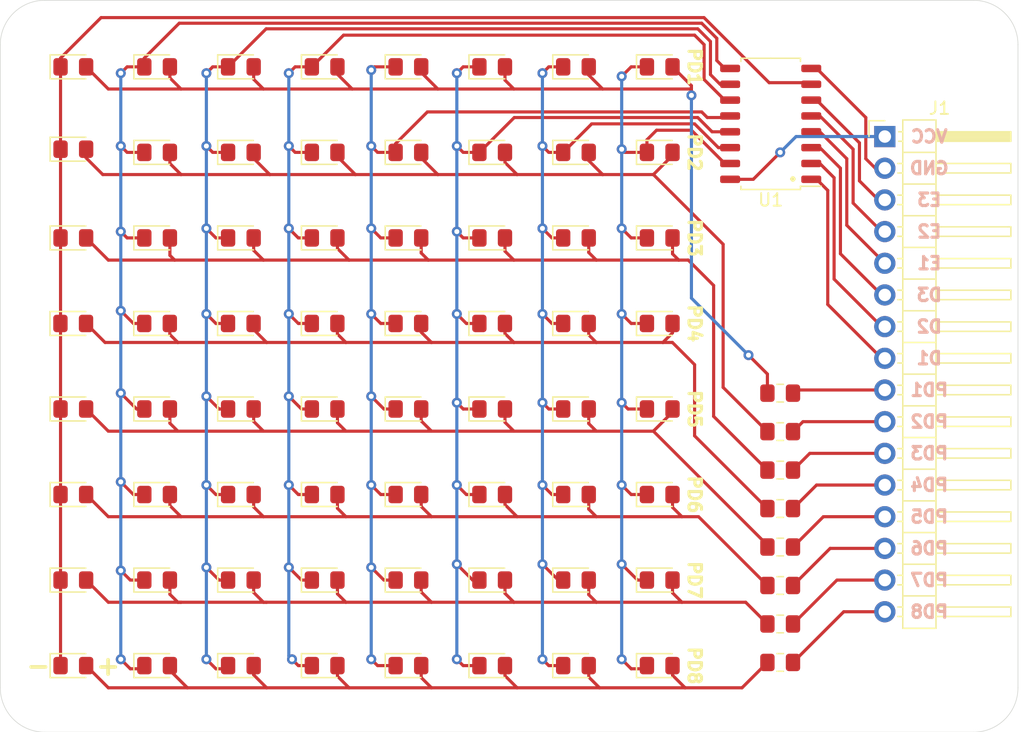
<source format=kicad_pcb>
(kicad_pcb (version 20171130) (host pcbnew "(5.1.6)-1")
  (layers (0 F.Cu signal) (31 B.Cu signal) (34 B.Paste user) (35 F.Paste user) (36 B.SilkS user) (37 F.SilkS user) (38 B.Mask user) (39 F.Mask user) (44 Edge.Cuts user))
  (net 0 "")
  (net 1 /PD1)
  (net 2 /P1)
  (net 3 /PD2)
  (net 4 /PD3)
  (net 5 /PD4)
  (net 6 /PD5)
  (net 7 /PD6)
  (net 8 /PD7)
  (net 9 /PD8)
  (net 10 /P2)
  (net 11 /P3)
  (net 12 /P4)
  (net 13 /P5)
  (net 14 /P6)
  (net 15 /P7)
  (net 16 /P8)
  (net 17 /D3)
  (net 18 /D2)
  (net 19 /D1)
  (net 20 /E1)
  (net 21 /E2)
  (net 22 /E3)
  (net 23 /GND)
  (net 24 /VCC)
  (net 25 "Net-(D1-Pad2)")
  (net 26 "Net-(D10-Pad2)")
  (net 27 "Net-(D11-Pad2)")
  (net 28 "Net-(D12-Pad2)")
  (net 29 "Net-(D13-Pad2)")
  (net 30 "Net-(D14-Pad2)")
  (net 31 "Net-(D15-Pad2)")
  (net 32 "Net-(D16-Pad2)")
  (module LED_SMD:LED_0805_2012Metric_Pad1.15x1.40mm_HandSolder (layer F.Cu) (at 172.212 92.456)
    (fp_text reference D6 hide)
    (fp_text value LED)
    (pad 2 smd roundrect (at 1.025 0) (size 1.15 1.4) (layers F.Cu F.Paste F.Mask) (roundrect_rratio 0.217391) (net 30 "Net-(D14-Pad2)"))
    (pad 1 smd roundrect (at -1.025 0) (size 1.15 1.4) (layers F.Cu F.Paste F.Mask) (roundrect_rratio 0.217391) (net 2 /P1))
  )
  (module LED_SMD:LED_0805_2012Metric_Pad1.15x1.40mm_HandSolder (layer F.Cu) (at 172.212 85.598)
    (fp_text reference D7 hide)
    (fp_text value LED)
    (pad 2 smd roundrect (at 1.025 0) (size 1.15 1.4) (layers F.Cu F.Paste F.Mask) (roundrect_rratio 0.217391) (net 31 "Net-(D15-Pad2)"))
    (pad 1 smd roundrect (at -1.025 0) (size 1.15 1.4) (layers F.Cu F.Paste F.Mask) (roundrect_rratio 0.217391) (net 2 /P1))
  )
  (module LED_SMD:LED_0805_2012Metric_Pad1.15x1.40mm_HandSolder (layer F.Cu) (at 172.212 78.74)
    (fp_text reference D8 hide)
    (fp_text value LED)
    (pad 2 smd roundrect (at 1.025 0) (size 1.15 1.4) (layers F.Cu F.Paste F.Mask) (roundrect_rratio 0.217391) (net 32 "Net-(D16-Pad2)"))
    (pad 1 smd roundrect (at -1.025 0) (size 1.15 1.4) (layers F.Cu F.Paste F.Mask) (roundrect_rratio 0.217391) (net 2 /P1))
  )
  (module LED_SMD:LED_0805_2012Metric_Pad1.15x1.40mm_HandSolder (layer F.Cu) (at 165.500426 126.746)
    (fp_text reference D9 hide)
    (fp_text value LED)
    (pad 2 smd roundrect (at 1.025 0) (size 1.15 1.4) (layers F.Cu F.Paste F.Mask) (roundrect_rratio 0.217391) (net 25 "Net-(D1-Pad2)"))
    (pad 1 smd roundrect (at -1.025 0) (size 1.15 1.4) (layers F.Cu F.Paste F.Mask) (roundrect_rratio 0.217391) (net 10 /P2))
  )
  (module LED_SMD:LED_0805_2012Metric_Pad1.15x1.40mm_HandSolder (layer F.Cu) (at 165.500426 92.456)
    (fp_text reference D14 hide)
    (fp_text value LED)
    (pad 2 smd roundrect (at 1.025 0) (size 1.15 1.4) (layers F.Cu F.Paste F.Mask) (roundrect_rratio 0.217391) (net 30 "Net-(D14-Pad2)"))
    (pad 1 smd roundrect (at -1.025 0) (size 1.15 1.4) (layers F.Cu F.Paste F.Mask) (roundrect_rratio 0.217391) (net 10 /P2))
  )
  (module LED_SMD:LED_0805_2012Metric_Pad1.15x1.40mm_HandSolder (layer F.Cu) (at 158.788855 126.746)
    (fp_text reference D17 hide)
    (fp_text value LED)
    (pad 2 smd roundrect (at 1.025 0) (size 1.15 1.4) (layers F.Cu F.Paste F.Mask) (roundrect_rratio 0.217391) (net 25 "Net-(D1-Pad2)"))
    (pad 1 smd roundrect (at -1.025 0) (size 1.15 1.4) (layers F.Cu F.Paste F.Mask) (roundrect_rratio 0.217391) (net 11 /P3))
  )
  (module LED_SMD:LED_0805_2012Metric_Pad1.15x1.40mm_HandSolder (layer F.Cu) (at 165.499142 99.314)
    (fp_text reference D13 hide)
    (fp_text value LED)
    (pad 2 smd roundrect (at 1.025 0) (size 1.15 1.4) (layers F.Cu F.Paste F.Mask) (roundrect_rratio 0.217391) (net 29 "Net-(D13-Pad2)"))
    (pad 1 smd roundrect (at -1.025 0) (size 1.15 1.4) (layers F.Cu F.Paste F.Mask) (roundrect_rratio 0.217391) (net 10 /P2))
  )
  (module LED_SMD:LED_0805_2012Metric_Pad1.15x1.40mm_HandSolder (layer F.Cu) (at 158.788855 119.888)
    (fp_text reference D18 hide)
    (fp_text value LED)
    (pad 2 smd roundrect (at 1.025 0) (size 1.15 1.4) (layers F.Cu F.Paste F.Mask) (roundrect_rratio 0.217391) (net 26 "Net-(D10-Pad2)"))
    (pad 1 smd roundrect (at -1.025 0) (size 1.15 1.4) (layers F.Cu F.Paste F.Mask) (roundrect_rratio 0.217391) (net 11 /P3))
  )
  (module LED_SMD:LED_0805_2012Metric_Pad1.15x1.40mm_HandSolder (layer F.Cu) (at 172.212 119.888)
    (fp_text reference D2 hide)
    (fp_text value LED)
    (pad 2 smd roundrect (at 1.025 0) (size 1.15 1.4) (layers F.Cu F.Paste F.Mask) (roundrect_rratio 0.217391) (net 26 "Net-(D10-Pad2)"))
    (pad 1 smd roundrect (at -1.025 0) (size 1.15 1.4) (layers F.Cu F.Paste F.Mask) (roundrect_rratio 0.217391) (net 2 /P1))
  )
  (module LED_SMD:LED_0805_2012Metric_Pad1.15x1.40mm_HandSolder (layer F.Cu) (at 172.212 106.172)
    (fp_text reference D4 hide)
    (fp_text value LED)
    (pad 2 smd roundrect (at 1.025 0) (size 1.15 1.4) (layers F.Cu F.Paste F.Mask) (roundrect_rratio 0.217391) (net 28 "Net-(D12-Pad2)"))
    (pad 1 smd roundrect (at -1.025 0) (size 1.15 1.4) (layers F.Cu F.Paste F.Mask) (roundrect_rratio 0.217391) (net 2 /P1))
  )
  (module LED_SMD:LED_0805_2012Metric_Pad1.15x1.40mm_HandSolder (layer F.Cu) (at 165.500426 119.888)
    (fp_text reference D10 hide)
    (fp_text value LED)
    (pad 2 smd roundrect (at 1.025 0) (size 1.15 1.4) (layers F.Cu F.Paste F.Mask) (roundrect_rratio 0.217391) (net 26 "Net-(D10-Pad2)"))
    (pad 1 smd roundrect (at -1.025 0) (size 1.15 1.4) (layers F.Cu F.Paste F.Mask) (roundrect_rratio 0.217391) (net 10 /P2))
  )
  (module LED_SMD:LED_0805_2012Metric_Pad1.15x1.40mm_HandSolder (layer F.Cu) (at 165.500426 113.03)
    (fp_text reference D11 hide)
    (fp_text value LED)
    (pad 2 smd roundrect (at 1.025 0) (size 1.15 1.4) (layers F.Cu F.Paste F.Mask) (roundrect_rratio 0.217391) (net 27 "Net-(D11-Pad2)"))
    (pad 1 smd roundrect (at -1.025 0) (size 1.15 1.4) (layers F.Cu F.Paste F.Mask) (roundrect_rratio 0.217391) (net 10 /P2))
  )
  (module LED_SMD:LED_0805_2012Metric_Pad1.15x1.40mm_HandSolder (layer F.Cu) (at 165.500426 78.74)
    (fp_text reference D16 hide)
    (fp_text value LED)
    (pad 2 smd roundrect (at 1.025 0) (size 1.15 1.4) (layers F.Cu F.Paste F.Mask) (roundrect_rratio 0.217391) (net 32 "Net-(D16-Pad2)"))
    (pad 1 smd roundrect (at -1.025 0) (size 1.15 1.4) (layers F.Cu F.Paste F.Mask) (roundrect_rratio 0.217391) (net 10 /P2))
  )
  (module LED_SMD:LED_0805_2012Metric_Pad1.15x1.40mm_HandSolder (layer F.Cu) (at 172.212 99.314)
    (fp_text reference D5 hide)
    (fp_text value LED)
    (pad 2 smd roundrect (at 1.025 0) (size 1.15 1.4) (layers F.Cu F.Paste F.Mask) (roundrect_rratio 0.217391) (net 29 "Net-(D13-Pad2)"))
    (pad 1 smd roundrect (at -1.025 0) (size 1.15 1.4) (layers F.Cu F.Paste F.Mask) (roundrect_rratio 0.217391) (net 2 /P1))
  )
  (module LED_SMD:LED_0805_2012Metric_Pad1.15x1.40mm_HandSolder (layer F.Cu) (at 165.500426 106.172)
    (fp_text reference D12 hide)
    (fp_text value LED)
    (pad 2 smd roundrect (at 1.025 0) (size 1.15 1.4) (layers F.Cu F.Paste F.Mask) (roundrect_rratio 0.217391) (net 28 "Net-(D12-Pad2)"))
    (pad 1 smd roundrect (at -1.025 0) (size 1.15 1.4) (layers F.Cu F.Paste F.Mask) (roundrect_rratio 0.217391) (net 10 /P2))
  )
  (module LED_SMD:LED_0805_2012Metric_Pad1.15x1.40mm_HandSolder (layer F.Cu) (at 172.212 113.03)
    (fp_text reference D3 hide)
    (fp_text value LED)
    (pad 2 smd roundrect (at 1.025 0) (size 1.15 1.4) (layers F.Cu F.Paste F.Mask) (roundrect_rratio 0.217391) (net 27 "Net-(D11-Pad2)"))
    (pad 1 smd roundrect (at -1.025 0) (size 1.15 1.4) (layers F.Cu F.Paste F.Mask) (roundrect_rratio 0.217391) (net 2 /P1))
  )
  (module LED_SMD:LED_0805_2012Metric_Pad1.15x1.40mm_HandSolder (layer F.Cu) (at 165.500426 85.598)
    (fp_text reference D15 hide)
    (fp_text value LED)
    (pad 2 smd roundrect (at 1.025 0) (size 1.15 1.4) (layers F.Cu F.Paste F.Mask) (roundrect_rratio 0.217391) (net 31 "Net-(D15-Pad2)"))
    (pad 1 smd roundrect (at -1.025 0) (size 1.15 1.4) (layers F.Cu F.Paste F.Mask) (roundrect_rratio 0.217391) (net 10 /P2))
  )
  (module LED_SMD:LED_0805_2012Metric_Pad1.15x1.40mm_HandSolder (layer F.Cu) (at 152.077284 92.456)
    (fp_text reference D30 hide)
    (fp_text value LED)
    (pad 2 smd roundrect (at 1.025 0) (size 1.15 1.4) (layers F.Cu F.Paste F.Mask) (roundrect_rratio 0.217391) (net 30 "Net-(D14-Pad2)"))
    (pad 1 smd roundrect (at -1.025 0) (size 1.15 1.4) (layers F.Cu F.Paste F.Mask) (roundrect_rratio 0.217391) (net 12 /P4))
  )
  (module LED_SMD:LED_0805_2012Metric_Pad1.15x1.40mm_HandSolder (layer F.Cu) (at 145.365713 78.74)
    (fp_text reference D40 hide)
    (fp_text value LED)
    (pad 2 smd roundrect (at 1.025 0) (size 1.15 1.4) (layers F.Cu F.Paste F.Mask) (roundrect_rratio 0.217391) (net 32 "Net-(D16-Pad2)"))
    (pad 1 smd roundrect (at -1.025 0) (size 1.15 1.4) (layers F.Cu F.Paste F.Mask) (roundrect_rratio 0.217391) (net 13 /P5))
  )
  (module LED_SMD:LED_0805_2012Metric_Pad1.15x1.40mm_HandSolder (layer F.Cu) (at 152.077284 119.888)
    (fp_text reference D26 hide)
    (fp_text value LED)
    (pad 2 smd roundrect (at 1.025 0) (size 1.15 1.4) (layers F.Cu F.Paste F.Mask) (roundrect_rratio 0.217391) (net 26 "Net-(D10-Pad2)"))
    (pad 1 smd roundrect (at -1.025 0) (size 1.15 1.4) (layers F.Cu F.Paste F.Mask) (roundrect_rratio 0.217391) (net 12 /P4))
  )
  (module LED_SMD:LED_0805_2012Metric_Pad1.15x1.40mm_HandSolder (layer F.Cu) (at 138.654142 126.746)
    (fp_text reference D41 hide)
    (fp_text value LED)
    (pad 2 smd roundrect (at 1.025 0) (size 1.15 1.4) (layers F.Cu F.Paste F.Mask) (roundrect_rratio 0.217391) (net 25 "Net-(D1-Pad2)"))
    (pad 1 smd roundrect (at -1.025 0) (size 1.15 1.4) (layers F.Cu F.Paste F.Mask) (roundrect_rratio 0.217391) (net 14 /P6))
  )
  (module LED_SMD:LED_0805_2012Metric_Pad1.15x1.40mm_HandSolder (layer F.Cu) (at 138.654142 85.598)
    (fp_text reference D47 hide)
    (fp_text value LED)
    (pad 2 smd roundrect (at 1.025 0) (size 1.15 1.4) (layers F.Cu F.Paste F.Mask) (roundrect_rratio 0.217391) (net 31 "Net-(D15-Pad2)"))
    (pad 1 smd roundrect (at -1.025 0) (size 1.15 1.4) (layers F.Cu F.Paste F.Mask) (roundrect_rratio 0.217391) (net 14 /P6))
  )
  (module LED_SMD:LED_0805_2012Metric_Pad1.15x1.40mm_HandSolder (layer F.Cu) (at 138.654142 78.74)
    (fp_text reference D48 hide)
    (fp_text value LED)
    (pad 2 smd roundrect (at 1.025 0) (size 1.15 1.4) (layers F.Cu F.Paste F.Mask) (roundrect_rratio 0.217391) (net 32 "Net-(D16-Pad2)"))
    (pad 1 smd roundrect (at -1.025 0) (size 1.15 1.4) (layers F.Cu F.Paste F.Mask) (roundrect_rratio 0.217391) (net 14 /P6))
  )
  (module LED_SMD:LED_0805_2012Metric_Pad1.15x1.40mm_HandSolder (layer F.Cu) (at 145.365713 113.03)
    (fp_text reference D35 hide)
    (fp_text value LED)
    (pad 2 smd roundrect (at 1.025 0) (size 1.15 1.4) (layers F.Cu F.Paste F.Mask) (roundrect_rratio 0.217391) (net 27 "Net-(D11-Pad2)"))
    (pad 1 smd roundrect (at -1.025 0) (size 1.15 1.4) (layers F.Cu F.Paste F.Mask) (roundrect_rratio 0.217391) (net 13 /P5))
  )
  (module LED_SMD:LED_0805_2012Metric_Pad1.15x1.40mm_HandSolder (layer F.Cu) (at 158.788855 113.03)
    (fp_text reference D19 hide)
    (fp_text value LED)
    (pad 2 smd roundrect (at 1.025 0) (size 1.15 1.4) (layers F.Cu F.Paste F.Mask) (roundrect_rratio 0.217391) (net 27 "Net-(D11-Pad2)"))
    (pad 1 smd roundrect (at -1.025 0) (size 1.15 1.4) (layers F.Cu F.Paste F.Mask) (roundrect_rratio 0.217391) (net 11 /P3))
  )
  (module LED_SMD:LED_0805_2012Metric_Pad1.15x1.40mm_HandSolder (layer F.Cu) (at 138.654142 113.03)
    (fp_text reference D43 hide)
    (fp_text value LED)
    (pad 2 smd roundrect (at 1.025 0) (size 1.15 1.4) (layers F.Cu F.Paste F.Mask) (roundrect_rratio 0.217391) (net 27 "Net-(D11-Pad2)"))
    (pad 1 smd roundrect (at -1.025 0) (size 1.15 1.4) (layers F.Cu F.Paste F.Mask) (roundrect_rratio 0.217391) (net 14 /P6))
  )
  (module LED_SMD:LED_0805_2012Metric_Pad1.15x1.40mm_HandSolder (layer F.Cu) (at 138.654142 106.172)
    (fp_text reference D44 hide)
    (fp_text value LED)
    (pad 2 smd roundrect (at 1.025 0) (size 1.15 1.4) (layers F.Cu F.Paste F.Mask) (roundrect_rratio 0.217391) (net 28 "Net-(D12-Pad2)"))
    (pad 1 smd roundrect (at -1.025 0) (size 1.15 1.4) (layers F.Cu F.Paste F.Mask) (roundrect_rratio 0.217391) (net 14 /P6))
  )
  (module LED_SMD:LED_0805_2012Metric_Pad1.15x1.40mm_HandSolder (layer F.Cu) (at 145.365713 126.746)
    (fp_text reference D33 hide)
    (fp_text value LED)
    (pad 2 smd roundrect (at 1.025 0) (size 1.15 1.4) (layers F.Cu F.Paste F.Mask) (roundrect_rratio 0.217391) (net 25 "Net-(D1-Pad2)"))
    (pad 1 smd roundrect (at -1.025 0) (size 1.15 1.4) (layers F.Cu F.Paste F.Mask) (roundrect_rratio 0.217391) (net 13 /P5))
  )
  (module LED_SMD:LED_0805_2012Metric_Pad1.15x1.40mm_HandSolder (layer F.Cu) (at 131.942571 126.746)
    (fp_text reference D49 hide)
    (fp_text value LED)
    (pad 2 smd roundrect (at 1.025 0) (size 1.15 1.4) (layers F.Cu F.Paste F.Mask) (roundrect_rratio 0.217391) (net 25 "Net-(D1-Pad2)"))
    (pad 1 smd roundrect (at -1.025 0) (size 1.15 1.4) (layers F.Cu F.Paste F.Mask) (roundrect_rratio 0.217391) (net 15 /P7))
  )
  (module LED_SMD:LED_0805_2012Metric_Pad1.15x1.40mm_HandSolder (layer F.Cu) (at 131.942571 119.888)
    (fp_text reference D50 hide)
    (fp_text value LED)
    (pad 2 smd roundrect (at 1.025 0) (size 1.15 1.4) (layers F.Cu F.Paste F.Mask) (roundrect_rratio 0.217391) (net 26 "Net-(D10-Pad2)"))
    (pad 1 smd roundrect (at -1.025 0) (size 1.15 1.4) (layers F.Cu F.Paste F.Mask) (roundrect_rratio 0.217391) (net 15 /P7))
  )
  (module LED_SMD:LED_0805_2012Metric_Pad1.15x1.40mm_HandSolder (layer F.Cu) (at 158.788855 85.598)
    (fp_text reference D23 hide)
    (fp_text value LED)
    (pad 2 smd roundrect (at 1.025 0) (size 1.15 1.4) (layers F.Cu F.Paste F.Mask) (roundrect_rratio 0.217391) (net 31 "Net-(D15-Pad2)"))
    (pad 1 smd roundrect (at -1.025 0) (size 1.15 1.4) (layers F.Cu F.Paste F.Mask) (roundrect_rratio 0.217391) (net 11 /P3))
  )
  (module LED_SMD:LED_0805_2012Metric_Pad1.15x1.40mm_HandSolder (layer F.Cu) (at 158.786285 99.314)
    (fp_text reference D21 hide)
    (fp_text value LED)
    (pad 2 smd roundrect (at 1.025 0) (size 1.15 1.4) (layers F.Cu F.Paste F.Mask) (roundrect_rratio 0.217391) (net 29 "Net-(D13-Pad2)"))
    (pad 1 smd roundrect (at -1.025 0) (size 1.15 1.4) (layers F.Cu F.Paste F.Mask) (roundrect_rratio 0.217391) (net 11 /P3))
  )
  (module LED_SMD:LED_0805_2012Metric_Pad1.15x1.40mm_HandSolder (layer F.Cu) (at 152.077284 126.746)
    (fp_text reference D25 hide)
    (fp_text value LED)
    (pad 2 smd roundrect (at 1.025 0) (size 1.15 1.4) (layers F.Cu F.Paste F.Mask) (roundrect_rratio 0.217391) (net 25 "Net-(D1-Pad2)"))
    (pad 1 smd roundrect (at -1.025 0) (size 1.15 1.4) (layers F.Cu F.Paste F.Mask) (roundrect_rratio 0.217391) (net 12 /P4))
  )
  (module LED_SMD:LED_0805_2012Metric_Pad1.15x1.40mm_HandSolder (layer F.Cu) (at 152.077284 78.74)
    (fp_text reference D32 hide)
    (fp_text value LED)
    (pad 2 smd roundrect (at 1.025 0) (size 1.15 1.4) (layers F.Cu F.Paste F.Mask) (roundrect_rratio 0.217391) (net 32 "Net-(D16-Pad2)"))
    (pad 1 smd roundrect (at -1.025 0) (size 1.15 1.4) (layers F.Cu F.Paste F.Mask) (roundrect_rratio 0.217391) (net 12 /P4))
  )
  (module LED_SMD:LED_0805_2012Metric_Pad1.15x1.40mm_HandSolder (layer F.Cu) (at 145.365713 92.456)
    (fp_text reference D38 hide)
    (fp_text value LED)
    (pad 2 smd roundrect (at 1.025 0) (size 1.15 1.4) (layers F.Cu F.Paste F.Mask) (roundrect_rratio 0.217391) (net 30 "Net-(D14-Pad2)"))
    (pad 1 smd roundrect (at -1.025 0) (size 1.15 1.4) (layers F.Cu F.Paste F.Mask) (roundrect_rratio 0.217391) (net 13 /P5))
  )
  (module LED_SMD:LED_0805_2012Metric_Pad1.15x1.40mm_HandSolder (layer F.Cu) (at 152.073428 99.314)
    (fp_text reference D29 hide)
    (fp_text value LED)
    (pad 2 smd roundrect (at 1.025 0) (size 1.15 1.4) (layers F.Cu F.Paste F.Mask) (roundrect_rratio 0.217391) (net 29 "Net-(D13-Pad2)"))
    (pad 1 smd roundrect (at -1.025 0) (size 1.15 1.4) (layers F.Cu F.Paste F.Mask) (roundrect_rratio 0.217391) (net 12 /P4))
  )
  (module LED_SMD:LED_0805_2012Metric_Pad1.15x1.40mm_HandSolder (layer F.Cu) (at 152.077284 85.598)
    (fp_text reference D31 hide)
    (fp_text value LED)
    (pad 2 smd roundrect (at 1.025 0) (size 1.15 1.4) (layers F.Cu F.Paste F.Mask) (roundrect_rratio 0.217391) (net 31 "Net-(D15-Pad2)"))
    (pad 1 smd roundrect (at -1.025 0) (size 1.15 1.4) (layers F.Cu F.Paste F.Mask) (roundrect_rratio 0.217391) (net 12 /P4))
  )
  (module LED_SMD:LED_0805_2012Metric_Pad1.15x1.40mm_HandSolder (layer F.Cu) (at 158.788855 106.172)
    (fp_text reference D20 hide)
    (fp_text value LED)
    (pad 2 smd roundrect (at 1.025 0) (size 1.15 1.4) (layers F.Cu F.Paste F.Mask) (roundrect_rratio 0.217391) (net 28 "Net-(D12-Pad2)"))
    (pad 1 smd roundrect (at -1.025 0) (size 1.15 1.4) (layers F.Cu F.Paste F.Mask) (roundrect_rratio 0.217391) (net 11 /P3))
  )
  (module LED_SMD:LED_0805_2012Metric_Pad1.15x1.40mm_HandSolder (layer F.Cu) (at 152.077284 113.03)
    (fp_text reference D27 hide)
    (fp_text value LED)
    (pad 2 smd roundrect (at 1.025 0) (size 1.15 1.4) (layers F.Cu F.Paste F.Mask) (roundrect_rratio 0.217391) (net 27 "Net-(D11-Pad2)"))
    (pad 1 smd roundrect (at -1.025 0) (size 1.15 1.4) (layers F.Cu F.Paste F.Mask) (roundrect_rratio 0.217391) (net 12 /P4))
  )
  (module LED_SMD:LED_0805_2012Metric_Pad1.15x1.40mm_HandSolder (layer F.Cu) (at 145.365713 119.888)
    (fp_text reference D34 hide)
    (fp_text value LED)
    (pad 2 smd roundrect (at 1.025 0) (size 1.15 1.4) (layers F.Cu F.Paste F.Mask) (roundrect_rratio 0.217391) (net 26 "Net-(D10-Pad2)"))
    (pad 1 smd roundrect (at -1.025 0) (size 1.15 1.4) (layers F.Cu F.Paste F.Mask) (roundrect_rratio 0.217391) (net 13 /P5))
  )
  (module LED_SMD:LED_0805_2012Metric_Pad1.15x1.40mm_HandSolder (layer F.Cu) (at 145.365713 106.172)
    (fp_text reference D36 hide)
    (fp_text value LED)
    (pad 2 smd roundrect (at 1.025 0) (size 1.15 1.4) (layers F.Cu F.Paste F.Mask) (roundrect_rratio 0.217391) (net 28 "Net-(D12-Pad2)"))
    (pad 1 smd roundrect (at -1.025 0) (size 1.15 1.4) (layers F.Cu F.Paste F.Mask) (roundrect_rratio 0.217391) (net 13 /P5))
  )
  (module LED_SMD:LED_0805_2012Metric_Pad1.15x1.40mm_HandSolder (layer F.Cu) (at 145.365713 85.598)
    (fp_text reference D39 hide)
    (fp_text value LED)
    (pad 2 smd roundrect (at 1.025 0) (size 1.15 1.4) (layers F.Cu F.Paste F.Mask) (roundrect_rratio 0.217391) (net 31 "Net-(D15-Pad2)"))
    (pad 1 smd roundrect (at -1.025 0) (size 1.15 1.4) (layers F.Cu F.Paste F.Mask) (roundrect_rratio 0.217391) (net 13 /P5))
  )
  (module LED_SMD:LED_0805_2012Metric_Pad1.15x1.40mm_HandSolder (layer F.Cu) (at 138.654142 119.888)
    (fp_text reference D42 hide)
    (fp_text value LED)
    (pad 2 smd roundrect (at 1.025 0) (size 1.15 1.4) (layers F.Cu F.Paste F.Mask) (roundrect_rratio 0.217391) (net 26 "Net-(D10-Pad2)"))
    (pad 1 smd roundrect (at -1.025 0) (size 1.15 1.4) (layers F.Cu F.Paste F.Mask) (roundrect_rratio 0.217391) (net 14 /P6))
  )
  (module LED_SMD:LED_0805_2012Metric_Pad1.15x1.40mm_HandSolder (layer F.Cu) (at 138.647714 99.314)
    (fp_text reference D45 hide)
    (fp_text value LED)
    (pad 2 smd roundrect (at 1.025 0) (size 1.15 1.4) (layers F.Cu F.Paste F.Mask) (roundrect_rratio 0.217391) (net 29 "Net-(D13-Pad2)"))
    (pad 1 smd roundrect (at -1.025 0) (size 1.15 1.4) (layers F.Cu F.Paste F.Mask) (roundrect_rratio 0.217391) (net 14 /P6))
  )
  (module LED_SMD:LED_0805_2012Metric_Pad1.15x1.40mm_HandSolder (layer F.Cu) (at 158.788855 92.456)
    (fp_text reference D22 hide)
    (fp_text value LED)
    (pad 2 smd roundrect (at 1.025 0) (size 1.15 1.4) (layers F.Cu F.Paste F.Mask) (roundrect_rratio 0.217391) (net 30 "Net-(D14-Pad2)"))
    (pad 1 smd roundrect (at -1.025 0) (size 1.15 1.4) (layers F.Cu F.Paste F.Mask) (roundrect_rratio 0.217391) (net 11 /P3))
  )
  (module LED_SMD:LED_0805_2012Metric_Pad1.15x1.40mm_HandSolder (layer F.Cu) (at 145.360571 99.314)
    (fp_text reference D37 hide)
    (fp_text value LED)
    (pad 2 smd roundrect (at 1.025 0) (size 1.15 1.4) (layers F.Cu F.Paste F.Mask) (roundrect_rratio 0.217391) (net 29 "Net-(D13-Pad2)"))
    (pad 1 smd roundrect (at -1.025 0) (size 1.15 1.4) (layers F.Cu F.Paste F.Mask) (roundrect_rratio 0.217391) (net 13 /P5))
  )
  (module LED_SMD:LED_0805_2012Metric_Pad1.15x1.40mm_HandSolder (layer F.Cu) (at 138.654142 92.456)
    (fp_text reference D46 hide)
    (fp_text value LED)
    (pad 2 smd roundrect (at 1.025 0) (size 1.15 1.4) (layers F.Cu F.Paste F.Mask) (roundrect_rratio 0.217391) (net 30 "Net-(D14-Pad2)"))
    (pad 1 smd roundrect (at -1.025 0) (size 1.15 1.4) (layers F.Cu F.Paste F.Mask) (roundrect_rratio 0.217391) (net 14 /P6))
  )
  (module LED_SMD:LED_0805_2012Metric_Pad1.15x1.40mm_HandSolder (layer F.Cu) (at 158.788855 78.74)
    (fp_text reference D24 hide)
    (fp_text value LED)
    (pad 2 smd roundrect (at 1.025 0) (size 1.15 1.4) (layers F.Cu F.Paste F.Mask) (roundrect_rratio 0.217391) (net 32 "Net-(D16-Pad2)"))
    (pad 1 smd roundrect (at -1.025 0) (size 1.15 1.4) (layers F.Cu F.Paste F.Mask) (roundrect_rratio 0.217391) (net 11 /P3))
  )
  (module LED_SMD:LED_0805_2012Metric_Pad1.15x1.40mm_HandSolder (layer F.Cu) (at 152.077284 106.172)
    (fp_text reference D28 hide)
    (fp_text value LED)
    (pad 2 smd roundrect (at 1.025 0) (size 1.15 1.4) (layers F.Cu F.Paste F.Mask) (roundrect_rratio 0.217391) (net 28 "Net-(D12-Pad2)"))
    (pad 1 smd roundrect (at -1.025 0) (size 1.15 1.4) (layers F.Cu F.Paste F.Mask) (roundrect_rratio 0.217391) (net 12 /P4))
  )
  (module LED_SMD:LED_0805_2012Metric_Pad1.15x1.40mm_HandSolder (layer F.Cu) (at 125.231 119.888)
    (fp_text reference D58 hide)
    (fp_text value LED)
    (pad 2 smd roundrect (at 1.025 0) (size 1.15 1.4) (layers F.Cu F.Paste F.Mask) (roundrect_rratio 0.217391) (net 26 "Net-(D10-Pad2)"))
    (pad 1 smd roundrect (at -1.025 0) (size 1.15 1.4) (layers F.Cu F.Paste F.Mask) (roundrect_rratio 0.217391) (net 16 /P8))
  )
  (module LED_SMD:LED_0805_2012Metric_Pad1.15x1.40mm_HandSolder (layer F.Cu) (at 125.231 78.74)
    (fp_text reference D64 hide)
    (fp_text value LED)
    (pad 2 smd roundrect (at 1.025 0) (size 1.15 1.4) (layers F.Cu F.Paste F.Mask) (roundrect_rratio 0.217391) (net 32 "Net-(D16-Pad2)"))
    (pad 1 smd roundrect (at -1.025 0) (size 1.15 1.4) (layers F.Cu F.Paste F.Mask) (roundrect_rratio 0.217391) (net 16 /P8))
  )
  (module LED_SMD:LED_0805_2012Metric_Pad1.15x1.40mm_HandSolder (layer F.Cu) (at 131.942571 106.172)
    (fp_text reference D52 hide)
    (fp_text value LED)
    (pad 2 smd roundrect (at 1.025 0) (size 1.15 1.4) (layers F.Cu F.Paste F.Mask) (roundrect_rratio 0.217391) (net 28 "Net-(D12-Pad2)"))
    (pad 1 smd roundrect (at -1.025 0) (size 1.15 1.4) (layers F.Cu F.Paste F.Mask) (roundrect_rratio 0.217391) (net 15 /P7))
  )
  (module LED_SMD:LED_0805_2012Metric_Pad1.15x1.40mm_HandSolder (layer F.Cu) (at 125.231 113.03)
    (fp_text reference D59 hide)
    (fp_text value LED)
    (pad 2 smd roundrect (at 1.025 0) (size 1.15 1.4) (layers F.Cu F.Paste F.Mask) (roundrect_rratio 0.217391) (net 27 "Net-(D11-Pad2)"))
    (pad 1 smd roundrect (at -1.025 0) (size 1.15 1.4) (layers F.Cu F.Paste F.Mask) (roundrect_rratio 0.217391) (net 16 /P8))
  )
  (module LED_SMD:LED_0805_2012Metric_Pad1.15x1.40mm_HandSolder (layer F.Cu) (at 125.222 99.314)
    (fp_text reference D61 hide)
    (fp_text value LED)
    (pad 2 smd roundrect (at 1.025 0) (size 1.15 1.4) (layers F.Cu F.Paste F.Mask) (roundrect_rratio 0.217391) (net 29 "Net-(D13-Pad2)"))
    (pad 1 smd roundrect (at -1.025 0) (size 1.15 1.4) (layers F.Cu F.Paste F.Mask) (roundrect_rratio 0.217391) (net 16 /P8))
  )
  (module LED_SMD:LED_0805_2012Metric_Pad1.15x1.40mm_HandSolder (layer F.Cu) (at 131.934857 99.314)
    (fp_text reference D53 hide)
    (fp_text value LED)
    (pad 2 smd roundrect (at 1.025 0) (size 1.15 1.4) (layers F.Cu F.Paste F.Mask) (roundrect_rratio 0.217391) (net 29 "Net-(D13-Pad2)"))
    (pad 1 smd roundrect (at -1.025 0) (size 1.15 1.4) (layers F.Cu F.Paste F.Mask) (roundrect_rratio 0.217391) (net 15 /P7))
  )
  (module LED_SMD:LED_0805_2012Metric_Pad1.15x1.40mm_HandSolder (layer F.Cu) (at 125.231 85.344)
    (fp_text reference D63 hide)
    (fp_text value LED)
    (pad 2 smd roundrect (at 1.025 0) (size 1.15 1.4) (layers F.Cu F.Paste F.Mask) (roundrect_rratio 0.217391) (net 31 "Net-(D15-Pad2)"))
    (pad 1 smd roundrect (at -1.025 0) (size 1.15 1.4) (layers F.Cu F.Paste F.Mask) (roundrect_rratio 0.217391) (net 16 /P8))
  )
  (module LED_SMD:LED_0805_2012Metric_Pad1.15x1.40mm_HandSolder (layer F.Cu) (at 131.942571 113.03)
    (fp_text reference D51 hide)
    (fp_text value LED)
    (pad 2 smd roundrect (at 1.025 0) (size 1.15 1.4) (layers F.Cu F.Paste F.Mask) (roundrect_rratio 0.217391) (net 27 "Net-(D11-Pad2)"))
    (pad 1 smd roundrect (at -1.025 0) (size 1.15 1.4) (layers F.Cu F.Paste F.Mask) (roundrect_rratio 0.217391) (net 15 /P7))
  )
  (module LED_SMD:LED_0805_2012Metric_Pad1.15x1.40mm_HandSolder (layer F.Cu) (at 125.231 126.746)
    (fp_text reference D57 hide)
    (fp_text value LED)
    (pad 2 smd roundrect (at 1.025 0) (size 1.15 1.4) (layers F.Cu F.Paste F.Mask) (roundrect_rratio 0.217391) (net 25 "Net-(D1-Pad2)"))
    (pad 1 smd roundrect (at -1.025 0) (size 1.15 1.4) (layers F.Cu F.Paste F.Mask) (roundrect_rratio 0.217391) (net 16 /P8))
  )
  (module LED_SMD:LED_0805_2012Metric_Pad1.15x1.40mm_HandSolder (layer F.Cu) (at 131.942571 85.598)
    (fp_text reference D55 hide)
    (fp_text value LED)
    (pad 2 smd roundrect (at 1.025 0) (size 1.15 1.4) (layers F.Cu F.Paste F.Mask) (roundrect_rratio 0.217391) (net 31 "Net-(D15-Pad2)"))
    (pad 1 smd roundrect (at -1.025 0) (size 1.15 1.4) (layers F.Cu F.Paste F.Mask) (roundrect_rratio 0.217391) (net 15 /P7))
  )
  (module LED_SMD:LED_0805_2012Metric_Pad1.15x1.40mm_HandSolder (layer F.Cu) (at 131.942571 92.456)
    (fp_text reference D54 hide)
    (fp_text value LED)
    (pad 2 smd roundrect (at 1.025 0) (size 1.15 1.4) (layers F.Cu F.Paste F.Mask) (roundrect_rratio 0.217391) (net 30 "Net-(D14-Pad2)"))
    (pad 1 smd roundrect (at -1.025 0) (size 1.15 1.4) (layers F.Cu F.Paste F.Mask) (roundrect_rratio 0.217391) (net 15 /P7))
  )
  (module LED_SMD:LED_0805_2012Metric_Pad1.15x1.40mm_HandSolder (layer F.Cu) (at 125.231 92.456)
    (fp_text reference D62 hide)
    (fp_text value LED)
    (pad 2 smd roundrect (at 1.025 0) (size 1.15 1.4) (layers F.Cu F.Paste F.Mask) (roundrect_rratio 0.217391) (net 30 "Net-(D14-Pad2)"))
    (pad 1 smd roundrect (at -1.025 0) (size 1.15 1.4) (layers F.Cu F.Paste F.Mask) (roundrect_rratio 0.217391) (net 16 /P8))
  )
  (module LED_SMD:LED_0805_2012Metric_Pad1.15x1.40mm_HandSolder (layer F.Cu) (at 131.942571 78.74)
    (fp_text reference D56 hide)
    (fp_text value LED)
    (pad 2 smd roundrect (at 1.025 0) (size 1.15 1.4) (layers F.Cu F.Paste F.Mask) (roundrect_rratio 0.217391) (net 32 "Net-(D16-Pad2)"))
    (pad 1 smd roundrect (at -1.025 0) (size 1.15 1.4) (layers F.Cu F.Paste F.Mask) (roundrect_rratio 0.217391) (net 15 /P7))
  )
  (module LED_SMD:LED_0805_2012Metric_Pad1.15x1.40mm_HandSolder (layer F.Cu) (at 125.231 106.172)
    (fp_text reference D60 hide)
    (fp_text value LED)
    (pad 2 smd roundrect (at 1.025 0) (size 1.15 1.4) (layers F.Cu F.Paste F.Mask) (roundrect_rratio 0.217391) (net 28 "Net-(D12-Pad2)"))
    (pad 1 smd roundrect (at -1.025 0) (size 1.15 1.4) (layers F.Cu F.Paste F.Mask) (roundrect_rratio 0.217391) (net 16 /P8))
  )
  (module Resistor_SMD:R_0805_2012Metric_Pad1.15x1.40mm_HandSolder (layer F.Cu) (at 181.864 126.492)
    (fp_text reference R8 hide)
    (fp_text value 1K)
    (pad 2 smd roundrect (at 1.025 0) (size 1.15 1.4) (layers F.Cu F.Paste F.Mask) (roundrect_rratio 0.217391) (net 9 /PD8))
    (pad 1 smd roundrect (at -1.025 0) (size 1.15 1.4) (layers F.Cu F.Paste F.Mask) (roundrect_rratio 0.217391) (net 25 "Net-(D1-Pad2)"))
  )
  (module Resistor_SMD:R_0805_2012Metric_Pad1.15x1.40mm_HandSolder (layer F.Cu) (at 181.864 123.40771)
    (fp_text reference R7 hide)
    (fp_text value 1K)
    (pad 2 smd roundrect (at 1.025 0) (size 1.15 1.4) (layers F.Cu F.Paste F.Mask) (roundrect_rratio 0.217391) (net 8 /PD7))
    (pad 1 smd roundrect (at -1.025 0) (size 1.15 1.4) (layers F.Cu F.Paste F.Mask) (roundrect_rratio 0.217391) (net 26 "Net-(D10-Pad2)"))
  )
  (module Resistor_SMD:R_0805_2012Metric_Pad1.15x1.40mm_HandSolder (layer F.Cu) (at 181.864 120.323425)
    (fp_text reference R6 hide)
    (fp_text value 1K)
    (pad 2 smd roundrect (at 1.025 0) (size 1.15 1.4) (layers F.Cu F.Paste F.Mask) (roundrect_rratio 0.217391) (net 7 /PD6))
    (pad 1 smd roundrect (at -1.025 0) (size 1.15 1.4) (layers F.Cu F.Paste F.Mask) (roundrect_rratio 0.217391) (net 27 "Net-(D11-Pad2)"))
  )
  (module Resistor_SMD:R_0805_2012Metric_Pad1.15x1.40mm_HandSolder (layer F.Cu) (at 181.864 117.23914)
    (fp_text reference R5 hide)
    (fp_text value 1K)
    (pad 2 smd roundrect (at 1.025 0) (size 1.15 1.4) (layers F.Cu F.Paste F.Mask) (roundrect_rratio 0.217391) (net 6 /PD5))
    (pad 1 smd roundrect (at -1.025 0) (size 1.15 1.4) (layers F.Cu F.Paste F.Mask) (roundrect_rratio 0.217391) (net 28 "Net-(D12-Pad2)"))
  )
  (module Resistor_SMD:R_0805_2012Metric_Pad1.15x1.40mm_HandSolder (layer F.Cu) (at 181.864 114.154855)
    (fp_text reference R4 hide)
    (fp_text value 1K)
    (pad 2 smd roundrect (at 1.025 0) (size 1.15 1.4) (layers F.Cu F.Paste F.Mask) (roundrect_rratio 0.217391) (net 5 /PD4))
    (pad 1 smd roundrect (at -1.025 0) (size 1.15 1.4) (layers F.Cu F.Paste F.Mask) (roundrect_rratio 0.217391) (net 29 "Net-(D13-Pad2)"))
  )
  (module Resistor_SMD:R_0805_2012Metric_Pad1.15x1.40mm_HandSolder (layer F.Cu) (at 181.864 111.07057)
    (fp_text reference R3 hide)
    (fp_text value 1K)
    (pad 2 smd roundrect (at 1.025 0) (size 1.15 1.4) (layers F.Cu F.Paste F.Mask) (roundrect_rratio 0.217391) (net 4 /PD3))
    (pad 1 smd roundrect (at -1.025 0) (size 1.15 1.4) (layers F.Cu F.Paste F.Mask) (roundrect_rratio 0.217391) (net 30 "Net-(D14-Pad2)"))
  )
  (module Resistor_SMD:R_0805_2012Metric_Pad1.15x1.40mm_HandSolder (layer F.Cu) (at 181.864 107.986285)
    (fp_text reference R2 hide)
    (fp_text value 1K)
    (pad 2 smd roundrect (at 1.025 0) (size 1.15 1.4) (layers F.Cu F.Paste F.Mask) (roundrect_rratio 0.217391) (net 3 /PD2))
    (pad 1 smd roundrect (at -1.025 0) (size 1.15 1.4) (layers F.Cu F.Paste F.Mask) (roundrect_rratio 0.217391) (net 31 "Net-(D15-Pad2)"))
  )
  (module Resistor_SMD:R_0805_2012Metric_Pad1.15x1.40mm_HandSolder (layer F.Cu) (at 181.864 104.902)
    (fp_text reference R1 hide)
    (fp_text value 1K)
    (pad 2 smd roundrect (at 1.025 0) (size 1.15 1.4) (layers F.Cu F.Paste F.Mask) (roundrect_rratio 0.217391) (net 1 /PD1))
    (pad 1 smd roundrect (at -1.025 0) (size 1.15 1.4) (layers F.Cu F.Paste F.Mask) (roundrect_rratio 0.217391) (net 32 "Net-(D16-Pad2)"))
  )
  (module Package_SO:SOP-16_4.55x10.3mm_P1.27mm (layer F.Cu) (at 181.102 83.312 180)
    (fp_text reference U1 (at 0 -6.1) (layer F.SilkS))
    (fp_text value 74LS138)
    (pad 16 smd roundrect (at 3.25 -4.445 180) (size 1.6 0.6) (layers F.Cu F.Paste F.Mask) (net 24 /VCC))
    (pad 15 smd roundrect (at 3.25 -3.175 180) (size 1.6 0.6) (layers F.Cu F.Paste F.Mask) (net 2 /P1))
    (pad 14 smd roundrect (at 3.25 -1.905 180) (size 1.6 0.6) (layers F.Cu F.Paste F.Mask) (net 10 /P2))
    (pad 13 smd roundrect (at 3.25 -0.635 180) (size 1.6 0.6) (layers F.Cu F.Paste F.Mask) (net 11 /P3))
    (pad 12 smd roundrect (at 3.25 0.635 180) (size 1.6 0.6) (layers F.Cu F.Paste F.Mask) (net 12 /P4))
    (pad 11 smd roundrect (at 3.25 1.905 180) (size 1.6 0.6) (layers F.Cu F.Paste F.Mask) (net 13 /P5))
    (pad 10 smd roundrect (at 3.25 3.175 180) (size 1.6 0.6) (layers F.Cu F.Paste F.Mask) (net 14 /P6))
    (pad 9 smd roundrect (at 3.25 4.445 180) (size 1.6 0.6) (layers F.Cu F.Paste F.Mask) (net 15 /P7))
    (pad 8 smd roundrect (at -3.25 4.445 180) (size 1.6 0.6) (layers F.Cu F.Paste F.Mask) (net 23 /GND))
    (pad 7 smd roundrect (at -3.25 3.175 180) (size 1.6 0.6) (layers F.Cu F.Paste F.Mask) (net 16 /P8))
    (pad 6 smd roundrect (at -3.25 1.905 180) (size 1.6 0.6) (layers F.Cu F.Paste F.Mask) (net 22 /E3))
    (pad 5 smd roundrect (at -3.25 0.635 180) (size 1.6 0.6) (layers F.Cu F.Paste F.Mask) (net 21 /E2))
    (pad 4 smd roundrect (at -3.25 -0.635 180) (size 1.6 0.6) (layers F.Cu F.Paste F.Mask) (net 20 /E1))
    (pad 3 smd roundrect (at -3.25 -1.905 180) (size 1.6 0.6) (layers F.Cu F.Paste F.Mask) (net 17 /D3))
    (pad 2 smd roundrect (at -3.25 -3.175 180) (size 1.6 0.6) (layers F.Cu F.Paste F.Mask) (net 18 /D2))
    (pad 1 smd roundrect (at -3.25 -4.445 180) (size 1.6 0.6) (layers F.Cu F.Paste F.Mask) (net 19 /D1))
  )
  (module Connector_PinHeader_2.54mm:PinHeader_1x16_P2.54mm_Horizontal (layer F.Cu) (at 190.246 84.328)
    (fp_text reference J1 (at 4.385 -2.27) (layer F.SilkS))
    (fp_text value Conn_01x16_Male)
    (pad 16 thru_hole oval (at 0 38.1) (size 1.7 1.7) (drill 1) (layers *.Cu *.Mask) (net 9 /PD8))
    (pad 15 thru_hole oval (at 0 35.56) (size 1.7 1.7) (drill 1) (layers *.Cu *.Mask) (net 8 /PD7))
    (pad 14 thru_hole oval (at 0 33.02) (size 1.7 1.7) (drill 1) (layers *.Cu *.Mask) (net 7 /PD6))
    (pad 13 thru_hole oval (at 0 30.48) (size 1.7 1.7) (drill 1) (layers *.Cu *.Mask) (net 6 /PD5))
    (pad 12 thru_hole oval (at 0 27.94) (size 1.7 1.7) (drill 1) (layers *.Cu *.Mask) (net 5 /PD4))
    (pad 11 thru_hole oval (at 0 25.4) (size 1.7 1.7) (drill 1) (layers *.Cu *.Mask) (net 4 /PD3))
    (pad 10 thru_hole oval (at 0 22.86) (size 1.7 1.7) (drill 1) (layers *.Cu *.Mask) (net 3 /PD2))
    (pad 9 thru_hole oval (at 0 20.32) (size 1.7 1.7) (drill 1) (layers *.Cu *.Mask) (net 1 /PD1))
    (pad 8 thru_hole oval (at 0 17.78) (size 1.7 1.7) (drill 1) (layers *.Cu *.Mask) (net 19 /D1))
    (pad 7 thru_hole oval (at 0 15.24) (size 1.7 1.7) (drill 1) (layers *.Cu *.Mask) (net 18 /D2))
    (pad 6 thru_hole oval (at 0 12.7) (size 1.7 1.7) (drill 1) (layers *.Cu *.Mask) (net 17 /D3))
    (pad 5 thru_hole oval (at 0 10.16) (size 1.7 1.7) (drill 1) (layers *.Cu *.Mask) (net 20 /E1))
    (pad 4 thru_hole oval (at 0 7.62) (size 1.7 1.7) (drill 1) (layers *.Cu *.Mask) (net 21 /E2))
    (pad 3 thru_hole oval (at 0 5.08) (size 1.7 1.7) (drill 1) (layers *.Cu *.Mask) (net 22 /E3))
    (pad 2 thru_hole oval (at 0 2.54) (size 1.7 1.7) (drill 1) (layers *.Cu *.Mask) (net 23 /GND))
    (pad 1 thru_hole rect (at 0 0) (size 1.7 1.7) (drill 1) (layers *.Cu *.Mask) (net 24 /VCC))
  )
  (module LED_SMD:LED_0805_2012Metric_Pad1.15x1.40mm_HandSolder (layer F.Cu) (at 172.212 126.746)
    (fp_text reference D1 hide)
    (fp_text value LED)
    (pad 2 smd roundrect (at 1.025 0) (size 1.15 1.4) (layers F.Cu F.Paste F.Mask) (roundrect_rratio 0.217391) (net 25 "Net-(D1-Pad2)"))
    (pad 1 smd roundrect (at -1.025 0) (size 1.15 1.4) (layers F.Cu F.Paste F.Mask) (roundrect_rratio 0.217391) (net 2 /P1))
  )
  (gr_text . (at 182.88 87.122) (layer F.SilkS) (effects (font (size 1.5 1.5) (thickness 0.3))))
  (gr_text PD2 (at 175.006 85.598 270) (layer F.SilkS) (effects (font (size 1 1) (thickness 0.25))))
  (gr_text PD3 (at 175.006 92.456 270) (layer F.SilkS) (effects (font (size 1 1) (thickness 0.25))))
  (gr_text PD4 (at 175.006 99.314 270) (layer F.SilkS) (effects (font (size 1 1) (thickness 0.25))))
  (gr_text PD5 (at 175.006 106.172 270) (layer F.SilkS) (effects (font (size 1 1) (thickness 0.25))))
  (gr_text PD6 (at 175.006 113.03 270) (layer F.SilkS) (effects (font (size 1 1) (thickness 0.25))))
  (gr_text PD7 (at 175.006 119.888 270) (layer F.SilkS) (effects (font (size 1 1) (thickness 0.25))))
  (gr_text "PD8\n" (at 175.006 126.746 270) (layer F.SilkS) (effects (font (size 1 1) (thickness 0.25))))
  (gr_text PD1 (at 175.006 78.74 270) (layer F.SilkS) (effects (font (size 1 1) (thickness 0.25))))
  (gr_text - (at 122.428 126.746) (layer F.SilkS) (effects (font (size 1.5 1.5) (thickness 0.3))))
  (gr_text + (at 128.016 126.746) (layer F.SilkS) (effects (font (size 1.5 1.5) (thickness 0.3))))
  (gr_text "PD8\n" (at 193.802 122.428) (layer B.SilkS) (effects (font (size 1 1) (thickness 0.25)) (justify mirror)))
  (gr_text PD7 (at 193.802 119.888) (layer B.SilkS) (effects (font (size 1 1) (thickness 0.25)) (justify mirror)))
  (gr_text PD6 (at 193.802 117.348) (layer B.SilkS) (effects (font (size 1 1) (thickness 0.25)) (justify mirror)))
  (gr_text PD5 (at 193.802 114.808) (layer B.SilkS) (effects (font (size 1 1) (thickness 0.25)) (justify mirror)))
  (gr_text PD4 (at 193.802 112.268) (layer B.SilkS) (effects (font (size 1 1) (thickness 0.25)) (justify mirror)))
  (gr_text PD3 (at 193.802 109.728) (layer B.SilkS) (effects (font (size 1 1) (thickness 0.25)) (justify mirror)))
  (gr_text PD2 (at 193.802 107.188) (layer B.SilkS) (effects (font (size 1 1) (thickness 0.25)) (justify mirror)))
  (gr_text PD1 (at 193.802 104.648) (layer B.SilkS) (effects (font (size 1 1) (thickness 0.25)) (justify mirror)))
  (gr_text D1 (at 193.802 102.108) (layer B.SilkS) (effects (font (size 1 1) (thickness 0.25)) (justify mirror)))
  (gr_text D2 (at 193.802 99.568) (layer B.SilkS) (effects (font (size 1 1) (thickness 0.25)) (justify mirror)))
  (gr_text D3 (at 193.802 97.028) (layer B.SilkS) (effects (font (size 1 1) (thickness 0.25)) (justify mirror)))
  (gr_text E1 (at 193.802 94.488) (layer B.SilkS) (effects (font (size 1 1) (thickness 0.25)) (justify mirror)))
  (gr_text E2 (at 193.802 91.948) (layer B.SilkS) (effects (font (size 1 1) (thickness 0.25)) (justify mirror)))
  (gr_text E3 (at 193.802 89.408) (layer B.SilkS) (effects (font (size 1 1) (thickness 0.25)) (justify mirror)))
  (gr_text GND (at 193.802 86.868) (layer B.SilkS) (effects (font (size 1 1) (thickness 0.25)) (justify mirror)))
  (gr_text VCC (at 193.802 84.328) (layer B.SilkS) (effects (font (size 1 1) (thickness 0.25)) (justify mirror)))
  (gr_arc (start 122.936 76.962) (end 122.936 73.406) (angle -90) (layer Edge.Cuts) (width 0.05))
  (gr_arc (start 122.936 128.524) (end 119.38 128.524) (angle -90) (layer Edge.Cuts) (width 0.05))
  (gr_arc (start 197.358 128.524) (end 197.358 132.08) (angle -90) (layer Edge.Cuts) (width 0.05))
  (gr_arc (start 197.358 76.962) (end 200.914 76.962) (angle -90) (layer Edge.Cuts) (width 0.05))
  (gr_line (start 122.936 73.406) (end 197.358 73.406) (layer Edge.Cuts) (width 0.05))
  (gr_line (start 200.914 128.524) (end 200.914 76.962) (layer Edge.Cuts) (width 0.05))
  (gr_line (start 119.38 128.524) (end 119.38 76.962) (layer Edge.Cuts) (width 0.05))
  (gr_line (start 197.358 132.08) (end 122.936 132.08) (layer Edge.Cuts) (width 0.05))
  (segment (start 183.143 104.648) (end 182.889 104.902) (width 0.25) (layer F.Cu) (net 1))
  (segment (start 190.246 104.648) (end 183.143 104.648) (width 0.25) (layer F.Cu) (net 1))
  (via (at 169.164 126.238) (size 0.8) (drill 0.4) (layers F.Cu B.Cu) (net 2))
  (segment (start 169.164 126.238) (end 169.926 127) (width 0.25) (layer F.Cu) (net 2))
  (segment (start 170.933 127) (end 171.187 126.746) (width 0.25) (layer F.Cu) (net 2))
  (segment (start 169.926 127) (end 170.933 127) (width 0.25) (layer F.Cu) (net 2))
  (via (at 169.164 118.618) (size 0.8) (drill 0.4) (layers F.Cu B.Cu) (net 2))
  (segment (start 170.434 119.888) (end 169.164 118.618) (width 0.25) (layer F.Cu) (net 2))
  (segment (start 171.187 119.888) (end 170.434 119.888) (width 0.25) (layer F.Cu) (net 2))
  (segment (start 169.164 118.618) (end 169.164 126.238) (width 0.25) (layer B.Cu) (net 2))
  (via (at 169.164 112.268) (size 0.8) (drill 0.4) (layers F.Cu B.Cu) (net 2))
  (segment (start 169.926 113.03) (end 169.164 112.268) (width 0.25) (layer F.Cu) (net 2))
  (segment (start 171.187 113.03) (end 169.926 113.03) (width 0.25) (layer F.Cu) (net 2))
  (segment (start 169.164 112.268) (end 169.164 118.618) (width 0.25) (layer B.Cu) (net 2))
  (via (at 169.164 105.664) (size 0.8) (drill 0.4) (layers F.Cu B.Cu) (net 2))
  (segment (start 169.672 106.172) (end 169.164 105.664) (width 0.25) (layer F.Cu) (net 2))
  (segment (start 171.187 106.172) (end 169.672 106.172) (width 0.25) (layer F.Cu) (net 2))
  (segment (start 169.164 105.664) (end 169.164 112.268) (width 0.25) (layer B.Cu) (net 2))
  (segment (start 171.187 99.314) (end 169.926 99.314) (width 0.25) (layer F.Cu) (net 2))
  (via (at 169.164 98.552) (size 0.8) (drill 0.4) (layers F.Cu B.Cu) (net 2))
  (segment (start 169.926 99.314) (end 169.164 98.552) (width 0.25) (layer F.Cu) (net 2))
  (segment (start 169.164 98.552) (end 169.164 105.664) (width 0.25) (layer B.Cu) (net 2))
  (via (at 169.164 91.694) (size 0.8) (drill 0.4) (layers F.Cu B.Cu) (net 2))
  (segment (start 171.187 92.456) (end 169.926 92.456) (width 0.25) (layer F.Cu) (net 2))
  (segment (start 169.926 92.456) (end 169.164 91.694) (width 0.25) (layer F.Cu) (net 2))
  (segment (start 169.164 91.694) (end 169.164 98.552) (width 0.25) (layer B.Cu) (net 2))
  (segment (start 169.418 85.598) (end 169.164 85.344) (width 0.25) (layer F.Cu) (net 2))
  (segment (start 171.187 85.598) (end 169.418 85.598) (width 0.25) (layer F.Cu) (net 2))
  (via (at 169.164 85.344) (size 0.8) (drill 0.4) (layers F.Cu B.Cu) (net 2))
  (segment (start 169.164 85.344) (end 169.164 91.694) (width 0.25) (layer B.Cu) (net 2))
  (segment (start 171.958 83.82) (end 171.187 84.591) (width 0.25) (layer F.Cu) (net 2))
  (segment (start 174.752 83.82) (end 171.958 83.82) (width 0.25) (layer F.Cu) (net 2))
  (segment (start 177.852 86.487) (end 177.419 86.487) (width 0.25) (layer F.Cu) (net 2))
  (segment (start 171.187 84.591) (end 171.187 85.598) (width 0.25) (layer F.Cu) (net 2))
  (segment (start 177.419 86.487) (end 174.752 83.82) (width 0.25) (layer F.Cu) (net 2))
  (via (at 169.164 79.501996) (size 0.8) (drill 0.4) (layers F.Cu B.Cu) (net 2))
  (segment (start 171.187 78.74) (end 169.925996 78.74) (width 0.25) (layer F.Cu) (net 2))
  (segment (start 169.164 85.344) (end 169.164 79.501996) (width 0.25) (layer B.Cu) (net 2))
  (segment (start 169.925996 78.74) (end 169.164 79.501996) (width 0.25) (layer F.Cu) (net 2))
  (segment (start 183.687285 107.188) (end 182.889 107.986285) (width 0.25) (layer F.Cu) (net 3))
  (segment (start 190.246 107.188) (end 183.687285 107.188) (width 0.25) (layer F.Cu) (net 3))
  (segment (start 184.23157 109.728) (end 182.889 111.07057) (width 0.25) (layer F.Cu) (net 4))
  (segment (start 190.246 109.728) (end 184.23157 109.728) (width 0.25) (layer F.Cu) (net 4))
  (segment (start 184.775855 112.268) (end 182.889 114.154855) (width 0.25) (layer F.Cu) (net 5))
  (segment (start 190.246 112.268) (end 184.775855 112.268) (width 0.25) (layer F.Cu) (net 5))
  (segment (start 185.32014 114.808) (end 182.889 117.23914) (width 0.25) (layer F.Cu) (net 6))
  (segment (start 190.246 114.808) (end 185.32014 114.808) (width 0.25) (layer F.Cu) (net 6))
  (segment (start 185.864425 117.348) (end 182.889 120.323425) (width 0.25) (layer F.Cu) (net 7))
  (segment (start 190.246 117.348) (end 185.864425 117.348) (width 0.25) (layer F.Cu) (net 7))
  (segment (start 186.40871 119.888) (end 182.889 123.40771) (width 0.25) (layer F.Cu) (net 8))
  (segment (start 190.246 119.888) (end 186.40871 119.888) (width 0.25) (layer F.Cu) (net 8))
  (segment (start 186.953 122.428) (end 182.889 126.492) (width 0.25) (layer F.Cu) (net 9))
  (segment (start 190.246 122.428) (end 186.953 122.428) (width 0.25) (layer F.Cu) (net 9))
  (via (at 162.814 79.248) (size 0.8) (drill 0.4) (layers F.Cu B.Cu) (net 10))
  (segment (start 164.475426 78.74) (end 163.322 78.74) (width 0.25) (layer F.Cu) (net 10))
  (segment (start 163.322 78.74) (end 162.814 79.248) (width 0.25) (layer F.Cu) (net 10))
  (via (at 162.814 126.238) (size 0.8) (drill 0.4) (layers F.Cu B.Cu) (net 10))
  (segment (start 162.814 126.238) (end 163.322 126.746) (width 0.25) (layer F.Cu) (net 10))
  (segment (start 163.322 126.746) (end 164.475426 126.746) (width 0.25) (layer F.Cu) (net 10))
  (via (at 162.814 118.618) (size 0.8) (drill 0.4) (layers F.Cu B.Cu) (net 10))
  (segment (start 164.084 119.888) (end 162.814 118.618) (width 0.25) (layer F.Cu) (net 10))
  (segment (start 164.475426 119.888) (end 164.084 119.888) (width 0.25) (layer F.Cu) (net 10))
  (segment (start 162.814 118.618) (end 162.814 126.238) (width 0.25) (layer B.Cu) (net 10))
  (segment (start 163.576 113.03) (end 162.814 112.268) (width 0.25) (layer F.Cu) (net 10))
  (via (at 162.814 112.268) (size 0.8) (drill 0.4) (layers F.Cu B.Cu) (net 10))
  (segment (start 164.475426 113.03) (end 163.576 113.03) (width 0.25) (layer F.Cu) (net 10))
  (segment (start 162.814 112.268) (end 162.814 118.618) (width 0.25) (layer B.Cu) (net 10))
  (segment (start 163.322 106.172) (end 162.814 105.664) (width 0.25) (layer F.Cu) (net 10))
  (segment (start 164.475426 106.172) (end 163.322 106.172) (width 0.25) (layer F.Cu) (net 10))
  (via (at 162.814 105.664) (size 0.8) (drill 0.4) (layers F.Cu B.Cu) (net 10))
  (segment (start 162.814 105.664) (end 162.814 112.268) (width 0.25) (layer B.Cu) (net 10))
  (via (at 162.814 98.552) (size 0.8) (drill 0.4) (layers F.Cu B.Cu) (net 10))
  (segment (start 163.576 99.314) (end 162.814 98.552) (width 0.25) (layer F.Cu) (net 10))
  (segment (start 164.474142 99.314) (end 163.576 99.314) (width 0.25) (layer F.Cu) (net 10))
  (segment (start 162.814 98.552) (end 162.814 105.664) (width 0.25) (layer B.Cu) (net 10))
  (via (at 162.814 91.694) (size 0.8) (drill 0.4) (layers F.Cu B.Cu) (net 10))
  (segment (start 164.475426 92.456) (end 163.576 92.456) (width 0.25) (layer F.Cu) (net 10))
  (segment (start 163.576 92.456) (end 162.814 91.694) (width 0.25) (layer F.Cu) (net 10))
  (segment (start 162.814 91.694) (end 162.814 98.552) (width 0.25) (layer B.Cu) (net 10))
  (via (at 162.814 85.09) (size 0.8) (drill 0.4) (layers F.Cu B.Cu) (net 10))
  (segment (start 164.475426 85.598) (end 163.322 85.598) (width 0.25) (layer F.Cu) (net 10))
  (segment (start 163.322 85.598) (end 162.814 85.09) (width 0.25) (layer F.Cu) (net 10))
  (segment (start 162.814 79.248) (end 162.814 85.09) (width 0.25) (layer B.Cu) (net 10))
  (segment (start 162.814 85.09) (end 162.814 91.694) (width 0.25) (layer B.Cu) (net 10))
  (segment (start 175.006 83.312) (end 166.761426 83.312) (width 0.25) (layer F.Cu) (net 10))
  (segment (start 177.852 85.217) (end 176.911 85.217) (width 0.25) (layer F.Cu) (net 10))
  (segment (start 166.761426 83.312) (end 164.475426 85.598) (width 0.25) (layer F.Cu) (net 10))
  (segment (start 176.911 85.217) (end 175.006 83.312) (width 0.25) (layer F.Cu) (net 10))
  (via (at 155.956 79.248) (size 0.8) (drill 0.4) (layers F.Cu B.Cu) (net 11))
  (segment (start 157.763855 78.74) (end 156.464 78.74) (width 0.25) (layer F.Cu) (net 11))
  (segment (start 156.464 78.74) (end 155.956 79.248) (width 0.25) (layer F.Cu) (net 11))
  (via (at 155.956 126.238) (size 0.8) (drill 0.4) (layers F.Cu B.Cu) (net 11))
  (segment (start 155.956 126.238) (end 156.464 126.746) (width 0.25) (layer F.Cu) (net 11))
  (segment (start 156.464 126.746) (end 157.763855 126.746) (width 0.25) (layer F.Cu) (net 11))
  (via (at 155.956 118.618) (size 0.8) (drill 0.4) (layers F.Cu B.Cu) (net 11))
  (segment (start 157.763855 119.888) (end 157.226 119.888) (width 0.25) (layer F.Cu) (net 11))
  (segment (start 157.226 119.888) (end 155.956 118.618) (width 0.25) (layer F.Cu) (net 11))
  (segment (start 155.956 118.618) (end 155.956 126.238) (width 0.25) (layer B.Cu) (net 11))
  (via (at 155.956 112.268) (size 0.8) (drill 0.4) (layers F.Cu B.Cu) (net 11))
  (segment (start 156.718 113.03) (end 155.956 112.268) (width 0.25) (layer F.Cu) (net 11))
  (segment (start 157.763855 113.03) (end 156.718 113.03) (width 0.25) (layer F.Cu) (net 11))
  (segment (start 155.956 112.268) (end 155.956 118.618) (width 0.25) (layer B.Cu) (net 11))
  (via (at 155.956 105.664) (size 0.8) (drill 0.4) (layers F.Cu B.Cu) (net 11))
  (segment (start 156.464 106.172) (end 155.956 105.664) (width 0.25) (layer F.Cu) (net 11))
  (segment (start 157.763855 106.172) (end 156.464 106.172) (width 0.25) (layer F.Cu) (net 11))
  (segment (start 155.956 105.664) (end 155.956 112.268) (width 0.25) (layer B.Cu) (net 11))
  (segment (start 156.718 99.314) (end 155.956 98.552) (width 0.25) (layer F.Cu) (net 11))
  (segment (start 157.761285 99.314) (end 156.718 99.314) (width 0.25) (layer F.Cu) (net 11))
  (via (at 155.956 98.552) (size 0.8) (drill 0.4) (layers F.Cu B.Cu) (net 11))
  (segment (start 155.956 98.552) (end 155.956 105.664) (width 0.25) (layer B.Cu) (net 11))
  (segment (start 156.464 92.456) (end 155.956 91.948) (width 0.25) (layer F.Cu) (net 11))
  (segment (start 157.763855 92.456) (end 156.464 92.456) (width 0.25) (layer F.Cu) (net 11))
  (via (at 155.956 91.948) (size 0.8) (drill 0.4) (layers F.Cu B.Cu) (net 11))
  (segment (start 155.956 91.948) (end 155.956 98.552) (width 0.25) (layer B.Cu) (net 11))
  (via (at 155.956 85.09) (size 0.8) (drill 0.4) (layers F.Cu B.Cu) (net 11))
  (segment (start 156.464 85.598) (end 155.956 85.09) (width 0.25) (layer F.Cu) (net 11))
  (segment (start 157.763855 85.598) (end 156.464 85.598) (width 0.25) (layer F.Cu) (net 11))
  (segment (start 155.956 79.248) (end 155.956 85.09) (width 0.25) (layer B.Cu) (net 11))
  (segment (start 155.956 85.09) (end 155.956 91.948) (width 0.25) (layer B.Cu) (net 11))
  (segment (start 160.557855 82.804) (end 157.763855 85.598) (width 0.25) (layer F.Cu) (net 11))
  (segment (start 175.26 82.804) (end 160.557855 82.804) (width 0.25) (layer F.Cu) (net 11))
  (segment (start 176.403 83.947) (end 175.26 82.804) (width 0.25) (layer F.Cu) (net 11))
  (segment (start 177.852 83.947) (end 176.403 83.947) (width 0.25) (layer F.Cu) (net 11))
  (via (at 149.098 78.994) (size 0.8) (drill 0.4) (layers F.Cu B.Cu) (net 12))
  (segment (start 151.052284 78.74) (end 149.352 78.74) (width 0.25) (layer F.Cu) (net 12))
  (segment (start 149.352 78.74) (end 149.098 78.994) (width 0.25) (layer F.Cu) (net 12))
  (via (at 149.098 126.238) (size 0.8) (drill 0.4) (layers F.Cu B.Cu) (net 12))
  (segment (start 149.098 126.238) (end 149.606 126.746) (width 0.25) (layer F.Cu) (net 12))
  (segment (start 149.606 126.746) (end 151.052284 126.746) (width 0.25) (layer F.Cu) (net 12))
  (via (at 149.098 118.872) (size 0.8) (drill 0.4) (layers F.Cu B.Cu) (net 12))
  (segment (start 150.114 119.888) (end 149.098 118.872) (width 0.25) (layer F.Cu) (net 12))
  (segment (start 151.052284 119.888) (end 150.114 119.888) (width 0.25) (layer F.Cu) (net 12))
  (segment (start 149.098 118.872) (end 149.098 126.238) (width 0.25) (layer B.Cu) (net 12))
  (via (at 149.098 112.268) (size 0.8) (drill 0.4) (layers F.Cu B.Cu) (net 12))
  (segment (start 151.052284 113.03) (end 149.86 113.03) (width 0.25) (layer F.Cu) (net 12))
  (segment (start 149.86 113.03) (end 149.098 112.268) (width 0.25) (layer F.Cu) (net 12))
  (segment (start 149.098 112.268) (end 149.098 118.872) (width 0.25) (layer B.Cu) (net 12))
  (via (at 149.098 105.156) (size 0.8) (drill 0.4) (layers F.Cu B.Cu) (net 12))
  (segment (start 150.114 106.172) (end 149.098 105.156) (width 0.25) (layer F.Cu) (net 12))
  (segment (start 151.052284 106.172) (end 150.114 106.172) (width 0.25) (layer F.Cu) (net 12))
  (segment (start 149.098 105.156) (end 149.098 112.268) (width 0.25) (layer B.Cu) (net 12))
  (segment (start 149.86 99.314) (end 149.098 98.552) (width 0.25) (layer F.Cu) (net 12))
  (via (at 149.098 98.552) (size 0.8) (drill 0.4) (layers F.Cu B.Cu) (net 12))
  (segment (start 151.048428 99.314) (end 149.86 99.314) (width 0.25) (layer F.Cu) (net 12))
  (segment (start 149.098 98.552) (end 149.098 105.156) (width 0.25) (layer B.Cu) (net 12))
  (via (at 149.098 91.694) (size 0.8) (drill 0.4) (layers F.Cu B.Cu) (net 12))
  (segment (start 149.86 92.456) (end 149.098 91.694) (width 0.25) (layer F.Cu) (net 12))
  (segment (start 151.052284 92.456) (end 149.86 92.456) (width 0.25) (layer F.Cu) (net 12))
  (segment (start 149.098 91.694) (end 149.098 98.552) (width 0.25) (layer B.Cu) (net 12))
  (segment (start 149.606 85.598) (end 149.098 85.09) (width 0.25) (layer F.Cu) (net 12))
  (segment (start 151.052284 85.598) (end 149.606 85.598) (width 0.25) (layer F.Cu) (net 12))
  (segment (start 149.098 78.994) (end 149.098 85.09) (width 0.25) (layer B.Cu) (net 12))
  (via (at 149.098 85.09) (size 0.8) (drill 0.4) (layers F.Cu B.Cu) (net 12))
  (segment (start 149.098 85.09) (end 149.098 91.694) (width 0.25) (layer B.Cu) (net 12))
  (segment (start 151.052284 84.898) (end 151.052284 85.598) (width 0.25) (layer F.Cu) (net 12))
  (segment (start 177.725 82.804) (end 176.022 82.804) (width 0.25) (layer F.Cu) (net 12))
  (segment (start 177.852 82.677) (end 177.725 82.804) (width 0.25) (layer F.Cu) (net 12))
  (segment (start 175.571989 82.353989) (end 153.596295 82.353989) (width 0.25) (layer F.Cu) (net 12))
  (segment (start 176.022 82.804) (end 175.571989 82.353989) (width 0.25) (layer F.Cu) (net 12))
  (segment (start 153.596295 82.353989) (end 151.052284 84.898) (width 0.25) (layer F.Cu) (net 12))
  (segment (start 177.852 81.407) (end 177.419 81.407) (width 0.25) (layer F.Cu) (net 13))
  (via (at 142.494 79.248) (size 0.8) (drill 0.4) (layers F.Cu B.Cu) (net 13))
  (segment (start 144.340713 78.74) (end 143.002 78.74) (width 0.25) (layer F.Cu) (net 13))
  (segment (start 143.002 78.74) (end 142.494 79.248) (width 0.25) (layer F.Cu) (net 13))
  (via (at 142.748 126.238) (size 0.8) (drill 0.4) (layers F.Cu B.Cu) (net 13))
  (segment (start 142.494 125.984) (end 142.748 126.238) (width 0.25) (layer B.Cu) (net 13))
  (segment (start 143.51 126.746) (end 144.340713 126.746) (width 0.25) (layer F.Cu) (net 13))
  (segment (start 142.748 126.238) (end 143.256 126.746) (width 0.25) (layer F.Cu) (net 13))
  (segment (start 143.256 126.746) (end 143.51 126.746) (width 0.25) (layer F.Cu) (net 13))
  (segment (start 143.51 119.888) (end 142.494 118.872) (width 0.25) (layer F.Cu) (net 13))
  (via (at 142.494 118.872) (size 0.8) (drill 0.4) (layers F.Cu B.Cu) (net 13))
  (segment (start 144.340713 119.888) (end 143.51 119.888) (width 0.25) (layer F.Cu) (net 13))
  (segment (start 142.494 118.872) (end 142.494 125.984) (width 0.25) (layer B.Cu) (net 13))
  (segment (start 144.340713 113.03) (end 143.256 113.03) (width 0.25) (layer F.Cu) (net 13))
  (via (at 142.494 112.268) (size 0.8) (drill 0.4) (layers F.Cu B.Cu) (net 13))
  (segment (start 143.256 113.03) (end 142.494 112.268) (width 0.25) (layer F.Cu) (net 13))
  (segment (start 142.494 112.268) (end 142.494 118.872) (width 0.25) (layer B.Cu) (net 13))
  (via (at 142.494 105.156) (size 0.8) (drill 0.4) (layers F.Cu B.Cu) (net 13))
  (segment (start 143.51 106.172) (end 142.494 105.156) (width 0.25) (layer F.Cu) (net 13))
  (segment (start 144.340713 106.172) (end 143.51 106.172) (width 0.25) (layer F.Cu) (net 13))
  (segment (start 142.494 105.156) (end 142.494 112.268) (width 0.25) (layer B.Cu) (net 13))
  (via (at 142.494 98.552) (size 0.8) (drill 0.4) (layers F.Cu B.Cu) (net 13))
  (segment (start 143.256 99.314) (end 142.494 98.552) (width 0.25) (layer F.Cu) (net 13))
  (segment (start 144.335571 99.314) (end 143.256 99.314) (width 0.25) (layer F.Cu) (net 13))
  (segment (start 142.494 98.552) (end 142.494 105.156) (width 0.25) (layer B.Cu) (net 13))
  (segment (start 143.256 92.456) (end 142.494 91.694) (width 0.25) (layer F.Cu) (net 13))
  (via (at 142.494 91.694) (size 0.8) (drill 0.4) (layers F.Cu B.Cu) (net 13))
  (segment (start 144.340713 92.456) (end 143.256 92.456) (width 0.25) (layer F.Cu) (net 13))
  (segment (start 142.494 91.694) (end 142.494 98.552) (width 0.25) (layer B.Cu) (net 13))
  (via (at 142.494 85.09) (size 0.8) (drill 0.4) (layers F.Cu B.Cu) (net 13))
  (segment (start 143.002 85.598) (end 142.494 85.09) (width 0.25) (layer F.Cu) (net 13))
  (segment (start 142.494 79.248) (end 142.494 85.09) (width 0.25) (layer B.Cu) (net 13))
  (segment (start 144.340713 85.598) (end 143.002 85.598) (width 0.25) (layer F.Cu) (net 13))
  (segment (start 142.494 85.09) (end 142.494 91.694) (width 0.25) (layer B.Cu) (net 13))
  (segment (start 146.880713 76.2) (end 144.340713 78.74) (width 0.25) (layer F.Cu) (net 13))
  (segment (start 175.768 76.962) (end 175.006 76.2) (width 0.25) (layer F.Cu) (net 13))
  (segment (start 177.419 81.407) (end 175.768 79.756) (width 0.25) (layer F.Cu) (net 13))
  (segment (start 175.006 76.2) (end 146.880713 76.2) (width 0.25) (layer F.Cu) (net 13))
  (segment (start 175.768 79.756) (end 175.768 76.962) (width 0.25) (layer F.Cu) (net 13))
  (segment (start 177.852 80.137) (end 177.292 80.137) (width 0.25) (layer F.Cu) (net 14))
  (segment (start 140.677142 75.692) (end 137.629142 78.74) (width 0.25) (layer F.Cu) (net 14))
  (segment (start 177.052 80.137) (end 176.276 79.361) (width 0.25) (layer F.Cu) (net 14))
  (segment (start 177.852 80.137) (end 177.052 80.137) (width 0.25) (layer F.Cu) (net 14))
  (segment (start 176.276 79.361) (end 176.276 76.708) (width 0.25) (layer F.Cu) (net 14))
  (segment (start 176.276 76.708) (end 175.26 75.692) (width 0.25) (layer F.Cu) (net 14))
  (segment (start 175.26 75.692) (end 140.677142 75.692) (width 0.25) (layer F.Cu) (net 14))
  (via (at 135.89 79.248) (size 0.8) (drill 0.4) (layers F.Cu B.Cu) (net 14))
  (segment (start 137.629142 78.74) (end 136.398 78.74) (width 0.25) (layer F.Cu) (net 14))
  (segment (start 136.398 78.74) (end 135.89 79.248) (width 0.25) (layer F.Cu) (net 14))
  (via (at 135.89 126.238) (size 0.8) (drill 0.4) (layers F.Cu B.Cu) (net 14))
  (segment (start 135.89 126.238) (end 136.652 127) (width 0.25) (layer F.Cu) (net 14))
  (segment (start 137.375142 127) (end 137.629142 126.746) (width 0.25) (layer F.Cu) (net 14))
  (segment (start 136.652 127) (end 137.375142 127) (width 0.25) (layer F.Cu) (net 14))
  (via (at 135.89 118.872) (size 0.8) (drill 0.4) (layers F.Cu B.Cu) (net 14))
  (segment (start 137.629142 119.888) (end 136.906 119.888) (width 0.25) (layer F.Cu) (net 14))
  (segment (start 136.906 119.888) (end 135.89 118.872) (width 0.25) (layer F.Cu) (net 14))
  (segment (start 135.89 118.872) (end 135.89 126.238) (width 0.25) (layer B.Cu) (net 14))
  (segment (start 137.629142 113.03) (end 136.652 113.03) (width 0.25) (layer F.Cu) (net 14))
  (via (at 135.89 112.268) (size 0.8) (drill 0.4) (layers F.Cu B.Cu) (net 14))
  (segment (start 136.652 113.03) (end 135.89 112.268) (width 0.25) (layer F.Cu) (net 14))
  (segment (start 135.89 112.268) (end 135.89 118.872) (width 0.25) (layer B.Cu) (net 14))
  (via (at 135.89 105.156) (size 0.8) (drill 0.4) (layers F.Cu B.Cu) (net 14))
  (segment (start 136.906 106.172) (end 135.89 105.156) (width 0.25) (layer F.Cu) (net 14))
  (segment (start 137.629142 106.172) (end 136.906 106.172) (width 0.25) (layer F.Cu) (net 14))
  (segment (start 135.89 105.156) (end 135.89 112.268) (width 0.25) (layer B.Cu) (net 14))
  (via (at 135.89 98.552) (size 0.8) (drill 0.4) (layers F.Cu B.Cu) (net 14))
  (segment (start 136.652 99.314) (end 135.89 98.552) (width 0.25) (layer F.Cu) (net 14))
  (segment (start 137.622714 99.314) (end 136.652 99.314) (width 0.25) (layer F.Cu) (net 14))
  (segment (start 135.89 98.552) (end 135.89 105.156) (width 0.25) (layer B.Cu) (net 14))
  (via (at 135.89 91.694) (size 0.8) (drill 0.4) (layers F.Cu B.Cu) (net 14))
  (segment (start 136.652 92.456) (end 135.89 91.694) (width 0.25) (layer F.Cu) (net 14))
  (segment (start 137.629142 92.456) (end 136.652 92.456) (width 0.25) (layer F.Cu) (net 14))
  (segment (start 135.89 91.694) (end 135.89 98.552) (width 0.25) (layer B.Cu) (net 14))
  (via (at 135.89 85.09) (size 0.8) (drill 0.4) (layers F.Cu B.Cu) (net 14))
  (segment (start 136.398 85.598) (end 135.89 85.09) (width 0.25) (layer F.Cu) (net 14))
  (segment (start 137.629142 85.598) (end 136.398 85.598) (width 0.25) (layer F.Cu) (net 14))
  (segment (start 135.89 79.248) (end 135.89 85.09) (width 0.25) (layer B.Cu) (net 14))
  (segment (start 135.89 85.09) (end 135.89 91.694) (width 0.25) (layer B.Cu) (net 14))
  (via (at 129.032 79.248) (size 0.8) (drill 0.4) (layers F.Cu B.Cu) (net 15))
  (segment (start 130.917571 78.74) (end 129.54 78.74) (width 0.25) (layer F.Cu) (net 15))
  (segment (start 129.54 78.74) (end 129.032 79.248) (width 0.25) (layer F.Cu) (net 15))
  (via (at 129.032 126.238) (size 0.8) (drill 0.4) (layers F.Cu B.Cu) (net 15))
  (segment (start 129.032 126.238) (end 129.794 127) (width 0.25) (layer F.Cu) (net 15))
  (segment (start 130.663571 127) (end 130.917571 126.746) (width 0.25) (layer F.Cu) (net 15))
  (segment (start 129.794 127) (end 130.663571 127) (width 0.25) (layer F.Cu) (net 15))
  (via (at 129.032 119.126) (size 0.8) (drill 0.4) (layers F.Cu B.Cu) (net 15))
  (segment (start 129.794 119.888) (end 129.032 119.126) (width 0.25) (layer F.Cu) (net 15))
  (segment (start 130.917571 119.888) (end 129.794 119.888) (width 0.25) (layer F.Cu) (net 15))
  (segment (start 129.032 119.126) (end 129.032 126.238) (width 0.25) (layer B.Cu) (net 15))
  (via (at 129.032 112.014) (size 0.8) (drill 0.4) (layers F.Cu B.Cu) (net 15))
  (segment (start 130.048 113.03) (end 129.032 112.014) (width 0.25) (layer F.Cu) (net 15))
  (segment (start 130.917571 113.03) (end 130.048 113.03) (width 0.25) (layer F.Cu) (net 15))
  (segment (start 129.032 112.014) (end 129.032 119.126) (width 0.25) (layer B.Cu) (net 15))
  (segment (start 130.302 106.172) (end 129.032 104.902) (width 0.25) (layer F.Cu) (net 15))
  (via (at 129.032 104.902) (size 0.8) (drill 0.4) (layers F.Cu B.Cu) (net 15))
  (segment (start 130.917571 106.172) (end 130.302 106.172) (width 0.25) (layer F.Cu) (net 15))
  (segment (start 129.032 104.902) (end 129.032 112.014) (width 0.25) (layer B.Cu) (net 15))
  (segment (start 130.048 99.314) (end 129.032 98.298) (width 0.25) (layer F.Cu) (net 15))
  (via (at 129.032 98.298) (size 0.8) (drill 0.4) (layers F.Cu B.Cu) (net 15))
  (segment (start 130.909857 99.314) (end 130.048 99.314) (width 0.25) (layer F.Cu) (net 15))
  (segment (start 129.032 98.298) (end 129.032 104.902) (width 0.25) (layer B.Cu) (net 15))
  (via (at 129.032 91.948) (size 0.8) (drill 0.4) (layers F.Cu B.Cu) (net 15))
  (segment (start 129.54 92.456) (end 129.032 91.948) (width 0.25) (layer F.Cu) (net 15))
  (segment (start 130.917571 92.456) (end 129.54 92.456) (width 0.25) (layer F.Cu) (net 15))
  (segment (start 129.032 91.948) (end 129.032 98.298) (width 0.25) (layer B.Cu) (net 15))
  (via (at 129.032 85.09) (size 0.8) (drill 0.4) (layers F.Cu B.Cu) (net 15))
  (segment (start 129.54 85.598) (end 129.032 85.09) (width 0.25) (layer F.Cu) (net 15))
  (segment (start 130.917571 85.598) (end 129.54 85.598) (width 0.25) (layer F.Cu) (net 15))
  (segment (start 129.032 79.248) (end 129.032 85.09) (width 0.25) (layer B.Cu) (net 15))
  (segment (start 129.032 85.09) (end 129.032 91.948) (width 0.25) (layer B.Cu) (net 15))
  (segment (start 130.917571 78.04) (end 130.917571 78.74) (width 0.25) (layer F.Cu) (net 15))
  (segment (start 133.715582 75.241989) (end 130.917571 78.04) (width 0.25) (layer F.Cu) (net 15))
  (segment (start 177.419 78.867) (end 176.784 78.232) (width 0.25) (layer F.Cu) (net 15))
  (segment (start 176.784 76.454) (end 175.571989 75.241989) (width 0.25) (layer F.Cu) (net 15))
  (segment (start 177.852 78.867) (end 177.419 78.867) (width 0.25) (layer F.Cu) (net 15))
  (segment (start 176.784 78.232) (end 176.784 76.454) (width 0.25) (layer F.Cu) (net 15))
  (segment (start 175.571989 75.241989) (end 133.715582 75.241989) (width 0.25) (layer F.Cu) (net 15))
  (segment (start 124.206 78.04) (end 124.206 78.74) (width 0.25) (layer F.Cu) (net 16))
  (segment (start 184.225 80.01) (end 180.976411 80.01) (width 0.25) (layer F.Cu) (net 16))
  (segment (start 175.758389 74.791978) (end 127.454022 74.791978) (width 0.25) (layer F.Cu) (net 16))
  (segment (start 127.454022 74.791978) (end 124.206 78.04) (width 0.25) (layer F.Cu) (net 16))
  (segment (start 184.352 80.137) (end 184.225 80.01) (width 0.25) (layer F.Cu) (net 16))
  (segment (start 180.976411 80.01) (end 175.758389 74.791978) (width 0.25) (layer F.Cu) (net 16))
  (segment (start 124.206 78.74) (end 124.206 126.746) (width 0.25) (layer F.Cu) (net 16))
  (segment (start 186.69 86.868) (end 185.039 85.217) (width 0.25) (layer F.Cu) (net 17))
  (segment (start 186.69 93.726) (end 186.69 86.868) (width 0.25) (layer F.Cu) (net 17))
  (segment (start 190.754 97.028) (end 189.992 97.028) (width 0.25) (layer F.Cu) (net 17))
  (segment (start 185.039 85.217) (end 184.352 85.217) (width 0.25) (layer F.Cu) (net 17))
  (segment (start 189.992 97.028) (end 186.69 93.726) (width 0.25) (layer F.Cu) (net 17))
  (segment (start 186.182 87.63) (end 185.039 86.487) (width 0.25) (layer F.Cu) (net 18))
  (segment (start 185.039 86.487) (end 184.352 86.487) (width 0.25) (layer F.Cu) (net 18))
  (segment (start 186.182 95.758) (end 186.182 87.63) (width 0.25) (layer F.Cu) (net 18))
  (segment (start 190.246 99.568) (end 189.992 99.568) (width 0.25) (layer F.Cu) (net 18))
  (segment (start 189.992 99.568) (end 186.182 95.758) (width 0.25) (layer F.Cu) (net 18))
  (segment (start 190.754 102.108) (end 190.246 102.108) (width 0.25) (layer F.Cu) (net 19))
  (segment (start 184.785 87.757) (end 184.352 87.757) (width 0.25) (layer F.Cu) (net 19))
  (segment (start 185.674 97.79) (end 185.674 88.646) (width 0.25) (layer F.Cu) (net 19))
  (segment (start 190.246 102.108) (end 189.992 102.108) (width 0.25) (layer F.Cu) (net 19))
  (segment (start 185.674 88.646) (end 184.785 87.757) (width 0.25) (layer F.Cu) (net 19))
  (segment (start 189.992 102.108) (end 185.674 97.79) (width 0.25) (layer F.Cu) (net 19))
  (segment (start 187.198 86.106) (end 185.039 83.947) (width 0.25) (layer F.Cu) (net 20))
  (segment (start 187.198 91.44) (end 187.198 86.106) (width 0.25) (layer F.Cu) (net 20))
  (segment (start 185.039 83.947) (end 184.352 83.947) (width 0.25) (layer F.Cu) (net 20))
  (segment (start 190.754 94.488) (end 190.246 94.488) (width 0.25) (layer F.Cu) (net 20))
  (segment (start 190.246 94.488) (end 187.198 91.44) (width 0.25) (layer F.Cu) (net 20))
  (segment (start 185.039 82.677) (end 184.352 82.677) (width 0.25) (layer F.Cu) (net 21))
  (segment (start 187.706 89.662) (end 187.706 85.344) (width 0.25) (layer F.Cu) (net 21))
  (segment (start 187.706 85.344) (end 185.039 82.677) (width 0.25) (layer F.Cu) (net 21))
  (segment (start 190.246 91.948) (end 189.992 91.948) (width 0.25) (layer F.Cu) (net 21))
  (segment (start 189.992 91.948) (end 187.706 89.662) (width 0.25) (layer F.Cu) (net 21))
  (segment (start 190.754 89.408) (end 190.246 89.408) (width 0.25) (layer F.Cu) (net 22))
  (segment (start 184.785 81.407) (end 184.352 81.407) (width 0.25) (layer F.Cu) (net 22))
  (segment (start 188.214 84.836) (end 184.785 81.407) (width 0.25) (layer F.Cu) (net 22))
  (segment (start 188.214 87.884) (end 188.214 84.836) (width 0.25) (layer F.Cu) (net 22))
  (segment (start 190.246 89.408) (end 189.738 89.408) (width 0.25) (layer F.Cu) (net 22))
  (segment (start 189.738 89.408) (end 188.214 87.884) (width 0.25) (layer F.Cu) (net 22))
  (segment (start 190.754 86.868) (end 190.246 86.868) (width 0.25) (layer F.Cu) (net 23))
  (segment (start 188.722 82.804) (end 184.785 78.867) (width 0.25) (layer F.Cu) (net 23))
  (segment (start 184.785 78.867) (end 184.352 78.867) (width 0.25) (layer F.Cu) (net 23))
  (segment (start 188.722 86.106) (end 188.722 82.804) (width 0.25) (layer F.Cu) (net 23))
  (segment (start 190.246 86.868) (end 189.484 86.868) (width 0.25) (layer F.Cu) (net 23))
  (segment (start 189.484 86.868) (end 188.722 86.106) (width 0.25) (layer F.Cu) (net 23))
  (via (at 181.864 85.598) (size 0.8) (drill 0.4) (layers F.Cu B.Cu) (net 24))
  (segment (start 177.852 87.757) (end 179.705 87.757) (width 0.25) (layer F.Cu) (net 24))
  (segment (start 179.705 87.757) (end 181.864 85.598) (width 0.25) (layer F.Cu) (net 24))
  (segment (start 183.134 84.328) (end 181.864 85.598) (width 0.25) (layer B.Cu) (net 24))
  (segment (start 190.246 84.328) (end 183.134 84.328) (width 0.25) (layer B.Cu) (net 24))
  (segment (start 126.256 126.746) (end 128.034 128.524) (width 0.25) (layer F.Cu) (net 25))
  (segment (start 178.807 128.524) (end 180.839 126.492) (width 0.25) (layer F.Cu) (net 25))
  (segment (start 173.237 127.517) (end 174.244 128.524) (width 0.25) (layer F.Cu) (net 25))
  (segment (start 173.237 126.746) (end 173.237 127.517) (width 0.25) (layer F.Cu) (net 25))
  (segment (start 174.244 128.524) (end 178.807 128.524) (width 0.25) (layer F.Cu) (net 25))
  (segment (start 166.525426 127.663426) (end 167.386 128.524) (width 0.25) (layer F.Cu) (net 25))
  (segment (start 166.525426 126.746) (end 166.525426 127.663426) (width 0.25) (layer F.Cu) (net 25))
  (segment (start 167.386 128.524) (end 174.244 128.524) (width 0.25) (layer F.Cu) (net 25))
  (segment (start 159.813855 127.555855) (end 160.782 128.524) (width 0.25) (layer F.Cu) (net 25))
  (segment (start 159.813855 126.746) (end 159.813855 127.555855) (width 0.25) (layer F.Cu) (net 25))
  (segment (start 160.782 128.524) (end 167.386 128.524) (width 0.25) (layer F.Cu) (net 25))
  (segment (start 153.102284 127.702284) (end 153.924 128.524) (width 0.25) (layer F.Cu) (net 25))
  (segment (start 153.102284 126.746) (end 153.102284 127.702284) (width 0.25) (layer F.Cu) (net 25))
  (segment (start 153.924 128.524) (end 160.782 128.524) (width 0.25) (layer F.Cu) (net 25))
  (segment (start 146.390713 127.594713) (end 147.32 128.524) (width 0.25) (layer F.Cu) (net 25))
  (segment (start 146.390713 126.746) (end 146.390713 127.594713) (width 0.25) (layer F.Cu) (net 25))
  (segment (start 147.32 128.524) (end 153.924 128.524) (width 0.25) (layer F.Cu) (net 25))
  (segment (start 139.679142 126.746) (end 139.679142 127.487142) (width 0.25) (layer F.Cu) (net 25))
  (segment (start 139.679142 127.487142) (end 140.716 128.524) (width 0.25) (layer F.Cu) (net 25))
  (segment (start 140.716 128.524) (end 147.32 128.524) (width 0.25) (layer F.Cu) (net 25))
  (segment (start 132.967571 127.125571) (end 134.366 128.524) (width 0.25) (layer F.Cu) (net 25))
  (segment (start 128.034 128.524) (end 134.366 128.524) (width 0.25) (layer F.Cu) (net 25))
  (segment (start 132.967571 126.746) (end 132.967571 127.125571) (width 0.25) (layer F.Cu) (net 25))
  (segment (start 134.366 128.524) (end 140.716 128.524) (width 0.25) (layer F.Cu) (net 25))
  (segment (start 126.256 119.888) (end 128.034 121.666) (width 0.25) (layer F.Cu) (net 26))
  (segment (start 179.09729 121.666) (end 180.839 123.40771) (width 0.25) (layer F.Cu) (net 26))
  (segment (start 173.237 120.913) (end 173.99 121.666) (width 0.25) (layer F.Cu) (net 26))
  (segment (start 173.237 119.888) (end 173.237 120.913) (width 0.25) (layer F.Cu) (net 26))
  (segment (start 173.99 121.666) (end 179.09729 121.666) (width 0.25) (layer F.Cu) (net 26))
  (segment (start 166.525426 121.059426) (end 167.132 121.666) (width 0.25) (layer F.Cu) (net 26))
  (segment (start 166.525426 119.888) (end 166.525426 121.059426) (width 0.25) (layer F.Cu) (net 26))
  (segment (start 167.132 121.666) (end 173.99 121.666) (width 0.25) (layer F.Cu) (net 26))
  (segment (start 159.813855 119.888) (end 159.813855 120.951855) (width 0.25) (layer F.Cu) (net 26))
  (segment (start 159.813855 120.951855) (end 160.528 121.666) (width 0.25) (layer F.Cu) (net 26))
  (segment (start 160.528 121.666) (end 167.132 121.666) (width 0.25) (layer F.Cu) (net 26))
  (segment (start 153.102284 120.844284) (end 153.924 121.666) (width 0.25) (layer F.Cu) (net 26))
  (segment (start 153.102284 119.888) (end 153.102284 120.844284) (width 0.25) (layer F.Cu) (net 26))
  (segment (start 153.924 121.666) (end 160.528 121.666) (width 0.25) (layer F.Cu) (net 26))
  (segment (start 146.390713 120.990713) (end 147.066 121.666) (width 0.25) (layer F.Cu) (net 26))
  (segment (start 146.390713 119.888) (end 146.390713 120.990713) (width 0.25) (layer F.Cu) (net 26))
  (segment (start 147.066 121.666) (end 153.924 121.666) (width 0.25) (layer F.Cu) (net 26))
  (segment (start 140.716 121.666) (end 147.066 121.666) (width 0.25) (layer F.Cu) (net 26))
  (segment (start 128.034 121.666) (end 133.858 121.666) (width 0.25) (layer F.Cu) (net 26))
  (segment (start 133.858 121.666) (end 140.716 121.666) (width 0.25) (layer F.Cu) (net 26))
  (segment (start 140.462 121.666) (end 140.716 121.666) (width 0.25) (layer F.Cu) (net 26))
  (segment (start 139.679142 119.888) (end 139.679142 120.883142) (width 0.25) (layer F.Cu) (net 26))
  (segment (start 139.679142 120.883142) (end 140.462 121.666) (width 0.25) (layer F.Cu) (net 26))
  (segment (start 133.604 121.666) (end 133.858 121.666) (width 0.25) (layer F.Cu) (net 26))
  (segment (start 132.967571 119.888) (end 132.967571 121.029571) (width 0.25) (layer F.Cu) (net 26))
  (segment (start 132.967571 121.029571) (end 133.604 121.666) (width 0.25) (layer F.Cu) (net 26))
  (segment (start 126.256 113.03) (end 128.034 114.808) (width 0.25) (layer F.Cu) (net 27))
  (segment (start 175.323575 114.808) (end 180.839 120.323425) (width 0.25) (layer F.Cu) (net 27))
  (segment (start 173.237 113.03) (end 173.237 114.055) (width 0.25) (layer F.Cu) (net 27))
  (segment (start 173.237 114.055) (end 173.99 114.808) (width 0.25) (layer F.Cu) (net 27))
  (segment (start 173.99 114.808) (end 175.323575 114.808) (width 0.25) (layer F.Cu) (net 27))
  (segment (start 166.525426 114.201426) (end 167.132 114.808) (width 0.25) (layer F.Cu) (net 27))
  (segment (start 166.525426 113.03) (end 166.525426 114.201426) (width 0.25) (layer F.Cu) (net 27))
  (segment (start 167.132 114.808) (end 173.99 114.808) (width 0.25) (layer F.Cu) (net 27))
  (segment (start 159.813855 113.839855) (end 160.782 114.808) (width 0.25) (layer F.Cu) (net 27))
  (segment (start 159.813855 113.03) (end 159.813855 113.839855) (width 0.25) (layer F.Cu) (net 27))
  (segment (start 160.782 114.808) (end 167.132 114.808) (width 0.25) (layer F.Cu) (net 27))
  (segment (start 153.102284 113.986284) (end 153.924 114.808) (width 0.25) (layer F.Cu) (net 27))
  (segment (start 153.102284 113.03) (end 153.102284 113.986284) (width 0.25) (layer F.Cu) (net 27))
  (segment (start 153.924 114.808) (end 160.782 114.808) (width 0.25) (layer F.Cu) (net 27))
  (segment (start 146.390713 114.132713) (end 147.066 114.808) (width 0.25) (layer F.Cu) (net 27))
  (segment (start 146.390713 113.03) (end 146.390713 114.132713) (width 0.25) (layer F.Cu) (net 27))
  (segment (start 147.066 114.808) (end 153.924 114.808) (width 0.25) (layer F.Cu) (net 27))
  (segment (start 139.679142 114.025142) (end 140.462 114.808) (width 0.25) (layer F.Cu) (net 27))
  (segment (start 139.679142 113.03) (end 139.679142 114.025142) (width 0.25) (layer F.Cu) (net 27))
  (segment (start 140.462 114.808) (end 147.066 114.808) (width 0.25) (layer F.Cu) (net 27))
  (segment (start 132.967571 113.03) (end 132.967571 113.917571) (width 0.25) (layer F.Cu) (net 27))
  (segment (start 132.967571 113.917571) (end 133.858 114.808) (width 0.25) (layer F.Cu) (net 27))
  (segment (start 128.034 114.808) (end 133.858 114.808) (width 0.25) (layer F.Cu) (net 27))
  (segment (start 133.858 114.808) (end 140.462 114.808) (width 0.25) (layer F.Cu) (net 27))
  (segment (start 180.839 117.085) (end 180.839 117.23914) (width 0.25) (layer F.Cu) (net 28))
  (segment (start 171.704 107.95) (end 180.839 117.085) (width 0.25) (layer F.Cu) (net 28))
  (segment (start 126.256 106.172) (end 128.034 107.95) (width 0.25) (layer F.Cu) (net 28))
  (segment (start 173.237 106.417) (end 171.704 107.95) (width 0.25) (layer F.Cu) (net 28))
  (segment (start 173.237 106.172) (end 173.237 106.417) (width 0.25) (layer F.Cu) (net 28))
  (segment (start 166.525426 106.172) (end 166.525426 107.343426) (width 0.25) (layer F.Cu) (net 28))
  (segment (start 166.525426 107.343426) (end 167.132 107.95) (width 0.25) (layer F.Cu) (net 28))
  (segment (start 167.132 107.95) (end 171.704 107.95) (width 0.25) (layer F.Cu) (net 28))
  (segment (start 159.813855 106.172) (end 159.813855 107.235855) (width 0.25) (layer F.Cu) (net 28))
  (segment (start 159.813855 107.235855) (end 160.528 107.95) (width 0.25) (layer F.Cu) (net 28))
  (segment (start 160.528 107.95) (end 167.132 107.95) (width 0.25) (layer F.Cu) (net 28))
  (segment (start 153.102284 107.128284) (end 153.924 107.95) (width 0.25) (layer F.Cu) (net 28))
  (segment (start 153.102284 106.172) (end 153.102284 107.128284) (width 0.25) (layer F.Cu) (net 28))
  (segment (start 153.924 107.95) (end 160.528 107.95) (width 0.25) (layer F.Cu) (net 28))
  (segment (start 146.390713 106.172) (end 146.390713 107.274713) (width 0.25) (layer F.Cu) (net 28))
  (segment (start 146.390713 107.274713) (end 147.066 107.95) (width 0.25) (layer F.Cu) (net 28))
  (segment (start 147.066 107.95) (end 153.924 107.95) (width 0.25) (layer F.Cu) (net 28))
  (segment (start 139.679142 107.167142) (end 140.462 107.95) (width 0.25) (layer F.Cu) (net 28))
  (segment (start 139.679142 106.172) (end 139.679142 107.167142) (width 0.25) (layer F.Cu) (net 28))
  (segment (start 140.462 107.95) (end 147.066 107.95) (width 0.25) (layer F.Cu) (net 28))
  (segment (start 132.967571 107.313571) (end 133.604 107.95) (width 0.25) (layer F.Cu) (net 28))
  (segment (start 128.034 107.95) (end 133.604 107.95) (width 0.25) (layer F.Cu) (net 28))
  (segment (start 132.967571 106.172) (end 132.967571 107.313571) (width 0.25) (layer F.Cu) (net 28))
  (segment (start 133.604 107.95) (end 140.462 107.95) (width 0.25) (layer F.Cu) (net 28))
  (segment (start 175.006 108.321855) (end 180.839 114.154855) (width 0.25) (layer F.Cu) (net 29))
  (segment (start 175.006 102.616) (end 175.006 108.321855) (width 0.25) (layer F.Cu) (net 29))
  (segment (start 173.228 100.838) (end 175.006 102.616) (width 0.25) (layer F.Cu) (net 29))
  (segment (start 126.247 99.314) (end 127.771 100.838) (width 0.25) (layer F.Cu) (net 29))
  (segment (start 173.237 99.314) (end 173.237 100.067) (width 0.25) (layer F.Cu) (net 29))
  (segment (start 173.237 100.067) (end 172.466 100.838) (width 0.25) (layer F.Cu) (net 29))
  (segment (start 172.466 100.838) (end 173.228 100.838) (width 0.25) (layer F.Cu) (net 29))
  (segment (start 166.524142 100.230142) (end 167.132 100.838) (width 0.25) (layer F.Cu) (net 29))
  (segment (start 166.524142 99.314) (end 166.524142 100.230142) (width 0.25) (layer F.Cu) (net 29))
  (segment (start 167.132 100.838) (end 172.466 100.838) (width 0.25) (layer F.Cu) (net 29))
  (segment (start 159.811285 100.121285) (end 160.528 100.838) (width 0.25) (layer F.Cu) (net 29))
  (segment (start 159.811285 99.314) (end 159.811285 100.121285) (width 0.25) (layer F.Cu) (net 29))
  (segment (start 160.528 100.838) (end 167.132 100.838) (width 0.25) (layer F.Cu) (net 29))
  (segment (start 153.098428 100.012428) (end 153.924 100.838) (width 0.25) (layer F.Cu) (net 29))
  (segment (start 153.098428 99.314) (end 153.098428 100.012428) (width 0.25) (layer F.Cu) (net 29))
  (segment (start 153.924 100.838) (end 160.528 100.838) (width 0.25) (layer F.Cu) (net 29))
  (segment (start 146.385571 99.314) (end 146.385571 100.157571) (width 0.25) (layer F.Cu) (net 29))
  (segment (start 146.385571 100.157571) (end 147.066 100.838) (width 0.25) (layer F.Cu) (net 29))
  (segment (start 147.066 100.838) (end 153.924 100.838) (width 0.25) (layer F.Cu) (net 29))
  (segment (start 139.672714 99.794714) (end 140.716 100.838) (width 0.25) (layer F.Cu) (net 29))
  (segment (start 139.672714 99.314) (end 139.672714 99.794714) (width 0.25) (layer F.Cu) (net 29))
  (segment (start 140.716 100.838) (end 147.066 100.838) (width 0.25) (layer F.Cu) (net 29))
  (segment (start 132.959857 100.193857) (end 133.604 100.838) (width 0.25) (layer F.Cu) (net 29))
  (segment (start 132.959857 99.314) (end 132.959857 100.193857) (width 0.25) (layer F.Cu) (net 29))
  (segment (start 127.771 100.838) (end 133.604 100.838) (width 0.25) (layer F.Cu) (net 29))
  (segment (start 133.604 100.838) (end 140.716 100.838) (width 0.25) (layer F.Cu) (net 29))
  (segment (start 126.256 92.456) (end 128.034 94.234) (width 0.25) (layer F.Cu) (net 30))
  (segment (start 174.498 94.234) (end 176.53 96.266) (width 0.25) (layer F.Cu) (net 30))
  (segment (start 176.53 106.76157) (end 180.839 111.07057) (width 0.25) (layer F.Cu) (net 30))
  (segment (start 176.53 96.266) (end 176.53 106.76157) (width 0.25) (layer F.Cu) (net 30))
  (segment (start 173.237 92.456) (end 173.237 93.735) (width 0.25) (layer F.Cu) (net 30))
  (segment (start 173.237 93.735) (end 173.736 94.234) (width 0.25) (layer F.Cu) (net 30))
  (segment (start 173.736 94.234) (end 174.498 94.234) (width 0.25) (layer F.Cu) (net 30))
  (segment (start 166.525426 93.627426) (end 167.132 94.234) (width 0.25) (layer F.Cu) (net 30))
  (segment (start 166.525426 92.456) (end 166.525426 93.627426) (width 0.25) (layer F.Cu) (net 30))
  (segment (start 167.132 94.234) (end 173.736 94.234) (width 0.25) (layer F.Cu) (net 30))
  (segment (start 159.813855 93.519855) (end 160.528 94.234) (width 0.25) (layer F.Cu) (net 30))
  (segment (start 159.813855 92.456) (end 159.813855 93.519855) (width 0.25) (layer F.Cu) (net 30))
  (segment (start 160.528 94.234) (end 167.132 94.234) (width 0.25) (layer F.Cu) (net 30))
  (segment (start 153.102284 93.666284) (end 153.67 94.234) (width 0.25) (layer F.Cu) (net 30))
  (segment (start 153.102284 92.456) (end 153.102284 93.666284) (width 0.25) (layer F.Cu) (net 30))
  (segment (start 153.67 94.234) (end 160.528 94.234) (width 0.25) (layer F.Cu) (net 30))
  (segment (start 146.390713 93.304713) (end 147.32 94.234) (width 0.25) (layer F.Cu) (net 30))
  (segment (start 146.390713 92.456) (end 146.390713 93.304713) (width 0.25) (layer F.Cu) (net 30))
  (segment (start 147.32 94.234) (end 153.67 94.234) (width 0.25) (layer F.Cu) (net 30))
  (segment (start 139.679142 93.451142) (end 140.462 94.234) (width 0.25) (layer F.Cu) (net 30))
  (segment (start 139.679142 92.456) (end 139.679142 93.451142) (width 0.25) (layer F.Cu) (net 30))
  (segment (start 140.462 94.234) (end 147.32 94.234) (width 0.25) (layer F.Cu) (net 30))
  (segment (start 132.967571 93.851571) (end 133.35 94.234) (width 0.25) (layer F.Cu) (net 30))
  (segment (start 128.034 94.234) (end 133.35 94.234) (width 0.25) (layer F.Cu) (net 30))
  (segment (start 132.967571 92.456) (end 132.967571 93.851571) (width 0.25) (layer F.Cu) (net 30))
  (segment (start 133.35 94.234) (end 140.462 94.234) (width 0.25) (layer F.Cu) (net 30))
  (segment (start 177.292 104.439285) (end 180.839 107.986285) (width 0.25) (layer F.Cu) (net 31))
  (segment (start 126.256 86.044) (end 127.588 87.376) (width 0.25) (layer F.Cu) (net 31))
  (segment (start 177.292 92.964) (end 177.292 104.439285) (width 0.25) (layer F.Cu) (net 31))
  (segment (start 126.256 85.344) (end 126.256 86.044) (width 0.25) (layer F.Cu) (net 31))
  (segment (start 171.704 87.376) (end 177.292 92.964) (width 0.25) (layer F.Cu) (net 31))
  (segment (start 132.967571 86.485571) (end 133.858 87.376) (width 0.25) (layer F.Cu) (net 31))
  (segment (start 132.967571 85.598) (end 132.967571 86.485571) (width 0.25) (layer F.Cu) (net 31))
  (segment (start 127.588 87.376) (end 133.858 87.376) (width 0.25) (layer F.Cu) (net 31))
  (segment (start 139.679142 86.085142) (end 140.97 87.376) (width 0.25) (layer F.Cu) (net 31))
  (segment (start 139.679142 85.598) (end 139.679142 86.085142) (width 0.25) (layer F.Cu) (net 31))
  (segment (start 133.858 87.376) (end 140.97 87.376) (width 0.25) (layer F.Cu) (net 31))
  (segment (start 146.390713 85.938713) (end 147.828 87.376) (width 0.25) (layer F.Cu) (net 31))
  (segment (start 140.97 87.376) (end 147.828 87.376) (width 0.25) (layer F.Cu) (net 31))
  (segment (start 146.390713 85.598) (end 146.390713 85.938713) (width 0.25) (layer F.Cu) (net 31))
  (segment (start 153.102284 86.046284) (end 154.432 87.376) (width 0.25) (layer F.Cu) (net 31))
  (segment (start 153.102284 85.598) (end 153.102284 86.046284) (width 0.25) (layer F.Cu) (net 31))
  (segment (start 147.828 87.376) (end 154.432 87.376) (width 0.25) (layer F.Cu) (net 31))
  (segment (start 159.813855 85.598) (end 159.813855 86.407855) (width 0.25) (layer F.Cu) (net 31))
  (segment (start 154.432 87.376) (end 160.782 87.376) (width 0.25) (layer F.Cu) (net 31))
  (segment (start 159.813855 86.407855) (end 160.782 87.376) (width 0.25) (layer F.Cu) (net 31))
  (segment (start 166.525426 86.261426) (end 167.64 87.376) (width 0.25) (layer F.Cu) (net 31))
  (segment (start 160.782 87.376) (end 167.64 87.376) (width 0.25) (layer F.Cu) (net 31))
  (segment (start 166.525426 85.598) (end 166.525426 86.261426) (width 0.25) (layer F.Cu) (net 31))
  (segment (start 167.64 87.376) (end 171.704 87.376) (width 0.25) (layer F.Cu) (net 31))
  (segment (start 173.237 85.843) (end 171.704 87.376) (width 0.25) (layer F.Cu) (net 31))
  (segment (start 173.237 85.598) (end 173.237 85.843) (width 0.25) (layer F.Cu) (net 31))
  (via (at 179.324 101.854) (size 0.8) (drill 0.4) (layers F.Cu B.Cu) (net 32))
  (segment (start 180.839 104.902) (end 180.839 103.369) (width 0.25) (layer F.Cu) (net 32))
  (segment (start 180.839 103.369) (end 179.324 101.854) (width 0.25) (layer F.Cu) (net 32))
  (via (at 174.752 81.026) (size 0.8) (drill 0.4) (layers F.Cu B.Cu) (net 32))
  (segment (start 179.324 101.854) (end 174.752 97.282) (width 0.25) (layer B.Cu) (net 32))
  (segment (start 174.752 97.282) (end 174.752 81.026) (width 0.25) (layer B.Cu) (net 32))
  (segment (start 174.752 80.255) (end 173.237 78.74) (width 0.25) (layer F.Cu) (net 32))
  (segment (start 174.752 81.026) (end 174.752 80.255) (width 0.25) (layer F.Cu) (net 32))
  (segment (start 174.752 80.518) (end 174.752 80.255) (width 0.25) (layer F.Cu) (net 32))
  (segment (start 126.256 78.74) (end 128.034 80.518) (width 0.25) (layer F.Cu) (net 32))
  (segment (start 132.967571 79.627571) (end 133.858 80.518) (width 0.25) (layer F.Cu) (net 32))
  (segment (start 132.967571 78.74) (end 132.967571 79.627571) (width 0.25) (layer F.Cu) (net 32))
  (segment (start 128.034 80.518) (end 133.858 80.518) (width 0.25) (layer F.Cu) (net 32))
  (segment (start 139.679142 79.735142) (end 140.462 80.518) (width 0.25) (layer F.Cu) (net 32))
  (segment (start 139.679142 78.74) (end 139.679142 79.735142) (width 0.25) (layer F.Cu) (net 32))
  (segment (start 133.858 80.518) (end 140.462 80.518) (width 0.25) (layer F.Cu) (net 32))
  (segment (start 146.390713 79.334713) (end 147.574 80.518) (width 0.25) (layer F.Cu) (net 32))
  (segment (start 146.390713 78.74) (end 146.390713 79.334713) (width 0.25) (layer F.Cu) (net 32))
  (segment (start 140.462 80.518) (end 147.574 80.518) (width 0.25) (layer F.Cu) (net 32))
  (segment (start 153.102284 78.74) (end 153.102284 79.188284) (width 0.25) (layer F.Cu) (net 32))
  (segment (start 153.102284 79.188284) (end 154.432 80.518) (width 0.25) (layer F.Cu) (net 32))
  (segment (start 147.574 80.518) (end 154.432 80.518) (width 0.25) (layer F.Cu) (net 32))
  (segment (start 159.813855 79.803855) (end 160.528 80.518) (width 0.25) (layer F.Cu) (net 32))
  (segment (start 159.813855 78.74) (end 159.813855 79.803855) (width 0.25) (layer F.Cu) (net 32))
  (segment (start 154.432 80.518) (end 160.528 80.518) (width 0.25) (layer F.Cu) (net 32))
  (segment (start 166.525426 79.403426) (end 167.64 80.518) (width 0.25) (layer F.Cu) (net 32))
  (segment (start 166.525426 78.74) (end 166.525426 79.403426) (width 0.25) (layer F.Cu) (net 32))
  (segment (start 160.528 80.518) (end 167.64 80.518) (width 0.25) (layer F.Cu) (net 32))
  (segment (start 167.64 80.518) (end 174.752 80.518) (width 0.25) (layer F.Cu) (net 32))
)
</source>
